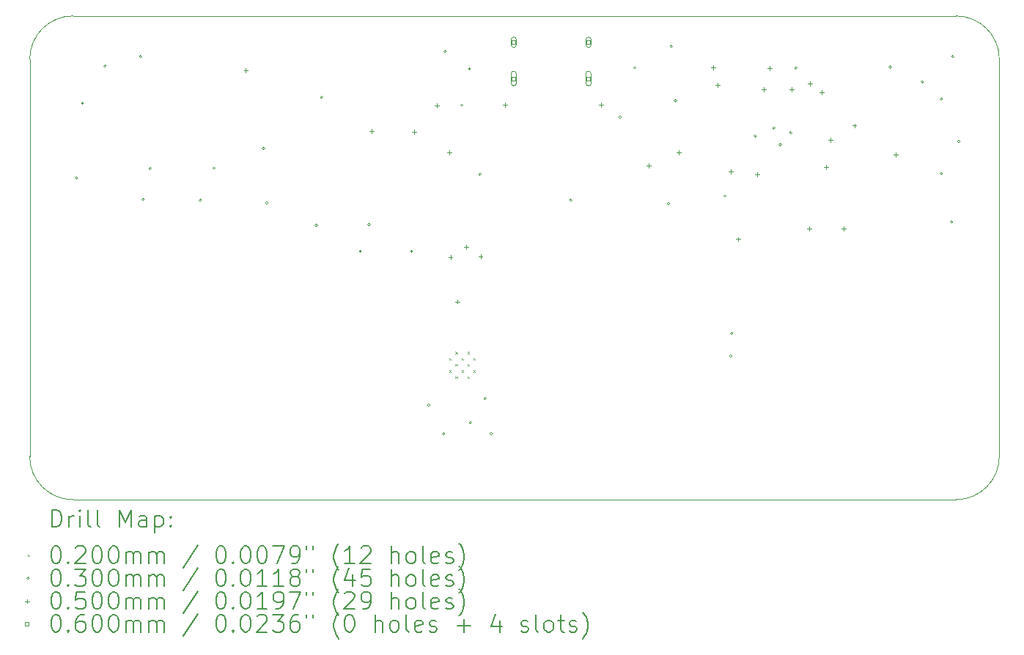
<source format=gbr>
%TF.GenerationSoftware,KiCad,Pcbnew,8.0.0*%
%TF.CreationDate,2024-03-25T15:19:07-04:00*%
%TF.ProjectId,ecg_board,6563675f-626f-4617-9264-2e6b69636164,rev?*%
%TF.SameCoordinates,Original*%
%TF.FileFunction,Drillmap*%
%TF.FilePolarity,Positive*%
%FSLAX45Y45*%
G04 Gerber Fmt 4.5, Leading zero omitted, Abs format (unit mm)*
G04 Created by KiCad (PCBNEW 8.0.0) date 2024-03-25 15:19:07*
%MOMM*%
%LPD*%
G01*
G04 APERTURE LIST*
%ADD10C,0.100000*%
%ADD11C,0.200000*%
G04 APERTURE END LIST*
D10*
X9470000Y-11460000D02*
G75*
G02*
X8970000Y-10960000I0J500000D01*
G01*
X9470000Y-5870000D02*
X19670000Y-5870000D01*
X20170000Y-6370000D02*
X20170000Y-10960000D01*
X19670000Y-5870000D02*
G75*
G02*
X20170000Y-6370000I0J-500000D01*
G01*
X8970000Y-6370000D02*
G75*
G02*
X9470000Y-5870000I500000J0D01*
G01*
X8970000Y-10960000D02*
X8970000Y-6370000D01*
X19670000Y-11460000D02*
X9470000Y-11460000D01*
X20170000Y-10960000D02*
G75*
G02*
X19670000Y-11460000I-500000J0D01*
G01*
D11*
D10*
X13817500Y-9824000D02*
X13837500Y-9844000D01*
X13837500Y-9824000D02*
X13817500Y-9844000D01*
X13817500Y-9964000D02*
X13837500Y-9984000D01*
X13837500Y-9964000D02*
X13817500Y-9984000D01*
X13887500Y-9754000D02*
X13907500Y-9774000D01*
X13907500Y-9754000D02*
X13887500Y-9774000D01*
X13887500Y-9894000D02*
X13907500Y-9914000D01*
X13907500Y-9894000D02*
X13887500Y-9914000D01*
X13887500Y-10034000D02*
X13907500Y-10054000D01*
X13907500Y-10034000D02*
X13887500Y-10054000D01*
X13957500Y-9824000D02*
X13977500Y-9844000D01*
X13977500Y-9824000D02*
X13957500Y-9844000D01*
X13957500Y-9964000D02*
X13977500Y-9984000D01*
X13977500Y-9964000D02*
X13957500Y-9984000D01*
X14027500Y-9754000D02*
X14047500Y-9774000D01*
X14047500Y-9754000D02*
X14027500Y-9774000D01*
X14027500Y-9894000D02*
X14047500Y-9914000D01*
X14047500Y-9894000D02*
X14027500Y-9914000D01*
X14027500Y-10034000D02*
X14047500Y-10054000D01*
X14047500Y-10034000D02*
X14027500Y-10054000D01*
X14097500Y-9824000D02*
X14117500Y-9844000D01*
X14117500Y-9824000D02*
X14097500Y-9844000D01*
X14097500Y-9964000D02*
X14117500Y-9984000D01*
X14117500Y-9964000D02*
X14097500Y-9984000D01*
X9525000Y-7740000D02*
G75*
G02*
X9495000Y-7740000I-15000J0D01*
G01*
X9495000Y-7740000D02*
G75*
G02*
X9525000Y-7740000I15000J0D01*
G01*
X9595000Y-6880000D02*
G75*
G02*
X9565000Y-6880000I-15000J0D01*
G01*
X9565000Y-6880000D02*
G75*
G02*
X9595000Y-6880000I15000J0D01*
G01*
X9855000Y-6450000D02*
G75*
G02*
X9825000Y-6450000I-15000J0D01*
G01*
X9825000Y-6450000D02*
G75*
G02*
X9855000Y-6450000I15000J0D01*
G01*
X10265000Y-6340000D02*
G75*
G02*
X10235000Y-6340000I-15000J0D01*
G01*
X10235000Y-6340000D02*
G75*
G02*
X10265000Y-6340000I15000J0D01*
G01*
X10295000Y-7990000D02*
G75*
G02*
X10265000Y-7990000I-15000J0D01*
G01*
X10265000Y-7990000D02*
G75*
G02*
X10295000Y-7990000I15000J0D01*
G01*
X10375000Y-7630000D02*
G75*
G02*
X10345000Y-7630000I-15000J0D01*
G01*
X10345000Y-7630000D02*
G75*
G02*
X10375000Y-7630000I15000J0D01*
G01*
X10955000Y-8000000D02*
G75*
G02*
X10925000Y-8000000I-15000J0D01*
G01*
X10925000Y-8000000D02*
G75*
G02*
X10955000Y-8000000I15000J0D01*
G01*
X11115000Y-7630000D02*
G75*
G02*
X11085000Y-7630000I-15000J0D01*
G01*
X11085000Y-7630000D02*
G75*
G02*
X11115000Y-7630000I15000J0D01*
G01*
X11685000Y-7400000D02*
G75*
G02*
X11655000Y-7400000I-15000J0D01*
G01*
X11655000Y-7400000D02*
G75*
G02*
X11685000Y-7400000I15000J0D01*
G01*
X11725000Y-8030000D02*
G75*
G02*
X11695000Y-8030000I-15000J0D01*
G01*
X11695000Y-8030000D02*
G75*
G02*
X11725000Y-8030000I15000J0D01*
G01*
X12295000Y-8290000D02*
G75*
G02*
X12265000Y-8290000I-15000J0D01*
G01*
X12265000Y-8290000D02*
G75*
G02*
X12295000Y-8290000I15000J0D01*
G01*
X12355000Y-6810000D02*
G75*
G02*
X12325000Y-6810000I-15000J0D01*
G01*
X12325000Y-6810000D02*
G75*
G02*
X12355000Y-6810000I15000J0D01*
G01*
X12805000Y-8590000D02*
G75*
G02*
X12775000Y-8590000I-15000J0D01*
G01*
X12775000Y-8590000D02*
G75*
G02*
X12805000Y-8590000I15000J0D01*
G01*
X12905000Y-8280000D02*
G75*
G02*
X12875000Y-8280000I-15000J0D01*
G01*
X12875000Y-8280000D02*
G75*
G02*
X12905000Y-8280000I15000J0D01*
G01*
X13395000Y-8590000D02*
G75*
G02*
X13365000Y-8590000I-15000J0D01*
G01*
X13365000Y-8590000D02*
G75*
G02*
X13395000Y-8590000I15000J0D01*
G01*
X13595000Y-10370000D02*
G75*
G02*
X13565000Y-10370000I-15000J0D01*
G01*
X13565000Y-10370000D02*
G75*
G02*
X13595000Y-10370000I15000J0D01*
G01*
X13765000Y-10700000D02*
G75*
G02*
X13735000Y-10700000I-15000J0D01*
G01*
X13735000Y-10700000D02*
G75*
G02*
X13765000Y-10700000I15000J0D01*
G01*
X13785000Y-6280000D02*
G75*
G02*
X13755000Y-6280000I-15000J0D01*
G01*
X13755000Y-6280000D02*
G75*
G02*
X13785000Y-6280000I15000J0D01*
G01*
X13975000Y-6900000D02*
G75*
G02*
X13945000Y-6900000I-15000J0D01*
G01*
X13945000Y-6900000D02*
G75*
G02*
X13975000Y-6900000I15000J0D01*
G01*
X14065000Y-6480000D02*
G75*
G02*
X14035000Y-6480000I-15000J0D01*
G01*
X14035000Y-6480000D02*
G75*
G02*
X14065000Y-6480000I15000J0D01*
G01*
X14075000Y-10570000D02*
G75*
G02*
X14045000Y-10570000I-15000J0D01*
G01*
X14045000Y-10570000D02*
G75*
G02*
X14075000Y-10570000I15000J0D01*
G01*
X14185000Y-7700000D02*
G75*
G02*
X14155000Y-7700000I-15000J0D01*
G01*
X14155000Y-7700000D02*
G75*
G02*
X14185000Y-7700000I15000J0D01*
G01*
X14245000Y-10290000D02*
G75*
G02*
X14215000Y-10290000I-15000J0D01*
G01*
X14215000Y-10290000D02*
G75*
G02*
X14245000Y-10290000I15000J0D01*
G01*
X14315000Y-10700000D02*
G75*
G02*
X14285000Y-10700000I-15000J0D01*
G01*
X14285000Y-10700000D02*
G75*
G02*
X14315000Y-10700000I15000J0D01*
G01*
X15235000Y-8000000D02*
G75*
G02*
X15205000Y-8000000I-15000J0D01*
G01*
X15205000Y-8000000D02*
G75*
G02*
X15235000Y-8000000I15000J0D01*
G01*
X15805000Y-7040000D02*
G75*
G02*
X15775000Y-7040000I-15000J0D01*
G01*
X15775000Y-7040000D02*
G75*
G02*
X15805000Y-7040000I15000J0D01*
G01*
X15975000Y-6470000D02*
G75*
G02*
X15945000Y-6470000I-15000J0D01*
G01*
X15945000Y-6470000D02*
G75*
G02*
X15975000Y-6470000I15000J0D01*
G01*
X16365000Y-8040000D02*
G75*
G02*
X16335000Y-8040000I-15000J0D01*
G01*
X16335000Y-8040000D02*
G75*
G02*
X16365000Y-8040000I15000J0D01*
G01*
X16395000Y-6220000D02*
G75*
G02*
X16365000Y-6220000I-15000J0D01*
G01*
X16365000Y-6220000D02*
G75*
G02*
X16395000Y-6220000I15000J0D01*
G01*
X16445000Y-6850000D02*
G75*
G02*
X16415000Y-6850000I-15000J0D01*
G01*
X16415000Y-6850000D02*
G75*
G02*
X16445000Y-6850000I15000J0D01*
G01*
X17015000Y-7950000D02*
G75*
G02*
X16985000Y-7950000I-15000J0D01*
G01*
X16985000Y-7950000D02*
G75*
G02*
X17015000Y-7950000I15000J0D01*
G01*
X17085000Y-9800000D02*
G75*
G02*
X17055000Y-9800000I-15000J0D01*
G01*
X17055000Y-9800000D02*
G75*
G02*
X17085000Y-9800000I15000J0D01*
G01*
X17095000Y-9540000D02*
G75*
G02*
X17065000Y-9540000I-15000J0D01*
G01*
X17065000Y-9540000D02*
G75*
G02*
X17095000Y-9540000I15000J0D01*
G01*
X17365000Y-7260000D02*
G75*
G02*
X17335000Y-7260000I-15000J0D01*
G01*
X17335000Y-7260000D02*
G75*
G02*
X17365000Y-7260000I15000J0D01*
G01*
X17582500Y-7165000D02*
G75*
G02*
X17552500Y-7165000I-15000J0D01*
G01*
X17552500Y-7165000D02*
G75*
G02*
X17582500Y-7165000I15000J0D01*
G01*
X17655000Y-7360000D02*
G75*
G02*
X17625000Y-7360000I-15000J0D01*
G01*
X17625000Y-7360000D02*
G75*
G02*
X17655000Y-7360000I15000J0D01*
G01*
X17775000Y-7220000D02*
G75*
G02*
X17745000Y-7220000I-15000J0D01*
G01*
X17745000Y-7220000D02*
G75*
G02*
X17775000Y-7220000I15000J0D01*
G01*
X17835000Y-6470000D02*
G75*
G02*
X17805000Y-6470000I-15000J0D01*
G01*
X17805000Y-6470000D02*
G75*
G02*
X17835000Y-6470000I15000J0D01*
G01*
X18925000Y-6460000D02*
G75*
G02*
X18895000Y-6460000I-15000J0D01*
G01*
X18895000Y-6460000D02*
G75*
G02*
X18925000Y-6460000I15000J0D01*
G01*
X19295000Y-6630000D02*
G75*
G02*
X19265000Y-6630000I-15000J0D01*
G01*
X19265000Y-6630000D02*
G75*
G02*
X19295000Y-6630000I15000J0D01*
G01*
X19515000Y-6830000D02*
G75*
G02*
X19485000Y-6830000I-15000J0D01*
G01*
X19485000Y-6830000D02*
G75*
G02*
X19515000Y-6830000I15000J0D01*
G01*
X19515000Y-7690000D02*
G75*
G02*
X19485000Y-7690000I-15000J0D01*
G01*
X19485000Y-7690000D02*
G75*
G02*
X19515000Y-7690000I15000J0D01*
G01*
X19635000Y-8250000D02*
G75*
G02*
X19605000Y-8250000I-15000J0D01*
G01*
X19605000Y-8250000D02*
G75*
G02*
X19635000Y-8250000I15000J0D01*
G01*
X19645000Y-6340000D02*
G75*
G02*
X19615000Y-6340000I-15000J0D01*
G01*
X19615000Y-6340000D02*
G75*
G02*
X19645000Y-6340000I15000J0D01*
G01*
X19715000Y-7320000D02*
G75*
G02*
X19685000Y-7320000I-15000J0D01*
G01*
X19685000Y-7320000D02*
G75*
G02*
X19715000Y-7320000I15000J0D01*
G01*
X11467500Y-6475000D02*
X11467500Y-6525000D01*
X11442500Y-6500000D02*
X11492500Y-6500000D01*
X12917500Y-7175000D02*
X12917500Y-7225000D01*
X12892500Y-7200000D02*
X12942500Y-7200000D01*
X13407500Y-7185000D02*
X13407500Y-7235000D01*
X13382500Y-7210000D02*
X13432500Y-7210000D01*
X13671250Y-6882500D02*
X13671250Y-6932500D01*
X13646250Y-6907500D02*
X13696250Y-6907500D01*
X13817500Y-7425000D02*
X13817500Y-7475000D01*
X13792500Y-7450000D02*
X13842500Y-7450000D01*
X13830000Y-8635000D02*
X13830000Y-8685000D01*
X13805000Y-8660000D02*
X13855000Y-8660000D01*
X13910000Y-9145000D02*
X13910000Y-9195000D01*
X13885000Y-9170000D02*
X13935000Y-9170000D01*
X14010000Y-8515000D02*
X14010000Y-8565000D01*
X13985000Y-8540000D02*
X14035000Y-8540000D01*
X14177000Y-8625000D02*
X14177000Y-8675000D01*
X14152000Y-8650000D02*
X14202000Y-8650000D01*
X14460500Y-6875000D02*
X14460500Y-6925000D01*
X14435500Y-6900000D02*
X14485500Y-6900000D01*
X15567500Y-6875000D02*
X15567500Y-6925000D01*
X15542500Y-6900000D02*
X15592500Y-6900000D01*
X16117500Y-7575000D02*
X16117500Y-7625000D01*
X16092500Y-7600000D02*
X16142500Y-7600000D01*
X16467500Y-7425000D02*
X16467500Y-7475000D01*
X16442500Y-7450000D02*
X16492500Y-7450000D01*
X16867500Y-6440000D02*
X16867500Y-6490000D01*
X16842500Y-6465000D02*
X16892500Y-6465000D01*
X16917500Y-6640000D02*
X16917500Y-6690000D01*
X16892500Y-6665000D02*
X16942500Y-6665000D01*
X17067500Y-7640000D02*
X17067500Y-7690000D01*
X17042500Y-7665000D02*
X17092500Y-7665000D01*
X17150000Y-8425000D02*
X17150000Y-8475000D01*
X17125000Y-8450000D02*
X17175000Y-8450000D01*
X17375000Y-7675000D02*
X17375000Y-7725000D01*
X17350000Y-7700000D02*
X17400000Y-7700000D01*
X17450000Y-6690000D02*
X17450000Y-6740000D01*
X17425000Y-6715000D02*
X17475000Y-6715000D01*
X17520000Y-6445000D02*
X17520000Y-6495000D01*
X17495000Y-6470000D02*
X17545000Y-6470000D01*
X17767500Y-6690000D02*
X17767500Y-6740000D01*
X17742500Y-6715000D02*
X17792500Y-6715000D01*
X17975000Y-8300000D02*
X17975000Y-8350000D01*
X17950000Y-8325000D02*
X18000000Y-8325000D01*
X17982500Y-6625000D02*
X17982500Y-6675000D01*
X17957500Y-6650000D02*
X18007500Y-6650000D01*
X18117500Y-6725000D02*
X18117500Y-6775000D01*
X18092500Y-6750000D02*
X18142500Y-6750000D01*
X18167500Y-7590000D02*
X18167500Y-7640000D01*
X18142500Y-7615000D02*
X18192500Y-7615000D01*
X18217500Y-7275000D02*
X18217500Y-7325000D01*
X18192500Y-7300000D02*
X18242500Y-7300000D01*
X18375000Y-8300000D02*
X18375000Y-8350000D01*
X18350000Y-8325000D02*
X18400000Y-8325000D01*
X18495000Y-7112500D02*
X18495000Y-7162500D01*
X18470000Y-7137500D02*
X18520000Y-7137500D01*
X18970000Y-7445000D02*
X18970000Y-7495000D01*
X18945000Y-7470000D02*
X18995000Y-7470000D01*
X14581713Y-6195713D02*
X14581713Y-6153287D01*
X14539287Y-6153287D01*
X14539287Y-6195713D01*
X14581713Y-6195713D01*
X14590500Y-6204500D02*
X14590500Y-6144500D01*
X14530500Y-6144500D02*
G75*
G02*
X14590500Y-6144500I30000J0D01*
G01*
X14530500Y-6144500D02*
X14530500Y-6204500D01*
X14530500Y-6204500D02*
G75*
G03*
X14590500Y-6204500I30000J0D01*
G01*
X14581713Y-6613713D02*
X14581713Y-6571287D01*
X14539287Y-6571287D01*
X14539287Y-6613713D01*
X14581713Y-6613713D01*
X14590500Y-6647500D02*
X14590500Y-6537500D01*
X14530500Y-6537500D02*
G75*
G02*
X14590500Y-6537500I30000J0D01*
G01*
X14530500Y-6537500D02*
X14530500Y-6647500D01*
X14530500Y-6647500D02*
G75*
G03*
X14590500Y-6647500I30000J0D01*
G01*
X15445713Y-6195713D02*
X15445713Y-6153287D01*
X15403287Y-6153287D01*
X15403287Y-6195713D01*
X15445713Y-6195713D01*
X15454500Y-6204500D02*
X15454500Y-6144500D01*
X15394500Y-6144500D02*
G75*
G02*
X15454500Y-6144500I30000J0D01*
G01*
X15394500Y-6144500D02*
X15394500Y-6204500D01*
X15394500Y-6204500D02*
G75*
G03*
X15454500Y-6204500I30000J0D01*
G01*
X15445713Y-6613713D02*
X15445713Y-6571287D01*
X15403287Y-6571287D01*
X15403287Y-6613713D01*
X15445713Y-6613713D01*
X15454500Y-6647500D02*
X15454500Y-6537500D01*
X15394500Y-6537500D02*
G75*
G02*
X15454500Y-6537500I30000J0D01*
G01*
X15394500Y-6537500D02*
X15394500Y-6647500D01*
X15394500Y-6647500D02*
G75*
G03*
X15454500Y-6647500I30000J0D01*
G01*
D11*
X9225777Y-11776484D02*
X9225777Y-11576484D01*
X9225777Y-11576484D02*
X9273396Y-11576484D01*
X9273396Y-11576484D02*
X9301967Y-11586008D01*
X9301967Y-11586008D02*
X9321015Y-11605055D01*
X9321015Y-11605055D02*
X9330539Y-11624103D01*
X9330539Y-11624103D02*
X9340063Y-11662198D01*
X9340063Y-11662198D02*
X9340063Y-11690769D01*
X9340063Y-11690769D02*
X9330539Y-11728865D01*
X9330539Y-11728865D02*
X9321015Y-11747912D01*
X9321015Y-11747912D02*
X9301967Y-11766960D01*
X9301967Y-11766960D02*
X9273396Y-11776484D01*
X9273396Y-11776484D02*
X9225777Y-11776484D01*
X9425777Y-11776484D02*
X9425777Y-11643150D01*
X9425777Y-11681246D02*
X9435301Y-11662198D01*
X9435301Y-11662198D02*
X9444824Y-11652674D01*
X9444824Y-11652674D02*
X9463872Y-11643150D01*
X9463872Y-11643150D02*
X9482920Y-11643150D01*
X9549586Y-11776484D02*
X9549586Y-11643150D01*
X9549586Y-11576484D02*
X9540063Y-11586008D01*
X9540063Y-11586008D02*
X9549586Y-11595531D01*
X9549586Y-11595531D02*
X9559110Y-11586008D01*
X9559110Y-11586008D02*
X9549586Y-11576484D01*
X9549586Y-11576484D02*
X9549586Y-11595531D01*
X9673396Y-11776484D02*
X9654348Y-11766960D01*
X9654348Y-11766960D02*
X9644824Y-11747912D01*
X9644824Y-11747912D02*
X9644824Y-11576484D01*
X9778158Y-11776484D02*
X9759110Y-11766960D01*
X9759110Y-11766960D02*
X9749586Y-11747912D01*
X9749586Y-11747912D02*
X9749586Y-11576484D01*
X10006729Y-11776484D02*
X10006729Y-11576484D01*
X10006729Y-11576484D02*
X10073396Y-11719341D01*
X10073396Y-11719341D02*
X10140063Y-11576484D01*
X10140063Y-11576484D02*
X10140063Y-11776484D01*
X10321015Y-11776484D02*
X10321015Y-11671722D01*
X10321015Y-11671722D02*
X10311491Y-11652674D01*
X10311491Y-11652674D02*
X10292444Y-11643150D01*
X10292444Y-11643150D02*
X10254348Y-11643150D01*
X10254348Y-11643150D02*
X10235301Y-11652674D01*
X10321015Y-11766960D02*
X10301967Y-11776484D01*
X10301967Y-11776484D02*
X10254348Y-11776484D01*
X10254348Y-11776484D02*
X10235301Y-11766960D01*
X10235301Y-11766960D02*
X10225777Y-11747912D01*
X10225777Y-11747912D02*
X10225777Y-11728865D01*
X10225777Y-11728865D02*
X10235301Y-11709817D01*
X10235301Y-11709817D02*
X10254348Y-11700293D01*
X10254348Y-11700293D02*
X10301967Y-11700293D01*
X10301967Y-11700293D02*
X10321015Y-11690769D01*
X10416253Y-11643150D02*
X10416253Y-11843150D01*
X10416253Y-11652674D02*
X10435301Y-11643150D01*
X10435301Y-11643150D02*
X10473396Y-11643150D01*
X10473396Y-11643150D02*
X10492444Y-11652674D01*
X10492444Y-11652674D02*
X10501967Y-11662198D01*
X10501967Y-11662198D02*
X10511491Y-11681246D01*
X10511491Y-11681246D02*
X10511491Y-11738388D01*
X10511491Y-11738388D02*
X10501967Y-11757436D01*
X10501967Y-11757436D02*
X10492444Y-11766960D01*
X10492444Y-11766960D02*
X10473396Y-11776484D01*
X10473396Y-11776484D02*
X10435301Y-11776484D01*
X10435301Y-11776484D02*
X10416253Y-11766960D01*
X10597205Y-11757436D02*
X10606729Y-11766960D01*
X10606729Y-11766960D02*
X10597205Y-11776484D01*
X10597205Y-11776484D02*
X10587682Y-11766960D01*
X10587682Y-11766960D02*
X10597205Y-11757436D01*
X10597205Y-11757436D02*
X10597205Y-11776484D01*
X10597205Y-11652674D02*
X10606729Y-11662198D01*
X10606729Y-11662198D02*
X10597205Y-11671722D01*
X10597205Y-11671722D02*
X10587682Y-11662198D01*
X10587682Y-11662198D02*
X10597205Y-11652674D01*
X10597205Y-11652674D02*
X10597205Y-11671722D01*
D10*
X8945000Y-12095000D02*
X8965000Y-12115000D01*
X8965000Y-12095000D02*
X8945000Y-12115000D01*
D11*
X9263872Y-11996484D02*
X9282920Y-11996484D01*
X9282920Y-11996484D02*
X9301967Y-12006008D01*
X9301967Y-12006008D02*
X9311491Y-12015531D01*
X9311491Y-12015531D02*
X9321015Y-12034579D01*
X9321015Y-12034579D02*
X9330539Y-12072674D01*
X9330539Y-12072674D02*
X9330539Y-12120293D01*
X9330539Y-12120293D02*
X9321015Y-12158388D01*
X9321015Y-12158388D02*
X9311491Y-12177436D01*
X9311491Y-12177436D02*
X9301967Y-12186960D01*
X9301967Y-12186960D02*
X9282920Y-12196484D01*
X9282920Y-12196484D02*
X9263872Y-12196484D01*
X9263872Y-12196484D02*
X9244824Y-12186960D01*
X9244824Y-12186960D02*
X9235301Y-12177436D01*
X9235301Y-12177436D02*
X9225777Y-12158388D01*
X9225777Y-12158388D02*
X9216253Y-12120293D01*
X9216253Y-12120293D02*
X9216253Y-12072674D01*
X9216253Y-12072674D02*
X9225777Y-12034579D01*
X9225777Y-12034579D02*
X9235301Y-12015531D01*
X9235301Y-12015531D02*
X9244824Y-12006008D01*
X9244824Y-12006008D02*
X9263872Y-11996484D01*
X9416253Y-12177436D02*
X9425777Y-12186960D01*
X9425777Y-12186960D02*
X9416253Y-12196484D01*
X9416253Y-12196484D02*
X9406729Y-12186960D01*
X9406729Y-12186960D02*
X9416253Y-12177436D01*
X9416253Y-12177436D02*
X9416253Y-12196484D01*
X9501967Y-12015531D02*
X9511491Y-12006008D01*
X9511491Y-12006008D02*
X9530539Y-11996484D01*
X9530539Y-11996484D02*
X9578158Y-11996484D01*
X9578158Y-11996484D02*
X9597205Y-12006008D01*
X9597205Y-12006008D02*
X9606729Y-12015531D01*
X9606729Y-12015531D02*
X9616253Y-12034579D01*
X9616253Y-12034579D02*
X9616253Y-12053627D01*
X9616253Y-12053627D02*
X9606729Y-12082198D01*
X9606729Y-12082198D02*
X9492444Y-12196484D01*
X9492444Y-12196484D02*
X9616253Y-12196484D01*
X9740063Y-11996484D02*
X9759110Y-11996484D01*
X9759110Y-11996484D02*
X9778158Y-12006008D01*
X9778158Y-12006008D02*
X9787682Y-12015531D01*
X9787682Y-12015531D02*
X9797205Y-12034579D01*
X9797205Y-12034579D02*
X9806729Y-12072674D01*
X9806729Y-12072674D02*
X9806729Y-12120293D01*
X9806729Y-12120293D02*
X9797205Y-12158388D01*
X9797205Y-12158388D02*
X9787682Y-12177436D01*
X9787682Y-12177436D02*
X9778158Y-12186960D01*
X9778158Y-12186960D02*
X9759110Y-12196484D01*
X9759110Y-12196484D02*
X9740063Y-12196484D01*
X9740063Y-12196484D02*
X9721015Y-12186960D01*
X9721015Y-12186960D02*
X9711491Y-12177436D01*
X9711491Y-12177436D02*
X9701967Y-12158388D01*
X9701967Y-12158388D02*
X9692444Y-12120293D01*
X9692444Y-12120293D02*
X9692444Y-12072674D01*
X9692444Y-12072674D02*
X9701967Y-12034579D01*
X9701967Y-12034579D02*
X9711491Y-12015531D01*
X9711491Y-12015531D02*
X9721015Y-12006008D01*
X9721015Y-12006008D02*
X9740063Y-11996484D01*
X9930539Y-11996484D02*
X9949586Y-11996484D01*
X9949586Y-11996484D02*
X9968634Y-12006008D01*
X9968634Y-12006008D02*
X9978158Y-12015531D01*
X9978158Y-12015531D02*
X9987682Y-12034579D01*
X9987682Y-12034579D02*
X9997205Y-12072674D01*
X9997205Y-12072674D02*
X9997205Y-12120293D01*
X9997205Y-12120293D02*
X9987682Y-12158388D01*
X9987682Y-12158388D02*
X9978158Y-12177436D01*
X9978158Y-12177436D02*
X9968634Y-12186960D01*
X9968634Y-12186960D02*
X9949586Y-12196484D01*
X9949586Y-12196484D02*
X9930539Y-12196484D01*
X9930539Y-12196484D02*
X9911491Y-12186960D01*
X9911491Y-12186960D02*
X9901967Y-12177436D01*
X9901967Y-12177436D02*
X9892444Y-12158388D01*
X9892444Y-12158388D02*
X9882920Y-12120293D01*
X9882920Y-12120293D02*
X9882920Y-12072674D01*
X9882920Y-12072674D02*
X9892444Y-12034579D01*
X9892444Y-12034579D02*
X9901967Y-12015531D01*
X9901967Y-12015531D02*
X9911491Y-12006008D01*
X9911491Y-12006008D02*
X9930539Y-11996484D01*
X10082920Y-12196484D02*
X10082920Y-12063150D01*
X10082920Y-12082198D02*
X10092444Y-12072674D01*
X10092444Y-12072674D02*
X10111491Y-12063150D01*
X10111491Y-12063150D02*
X10140063Y-12063150D01*
X10140063Y-12063150D02*
X10159110Y-12072674D01*
X10159110Y-12072674D02*
X10168634Y-12091722D01*
X10168634Y-12091722D02*
X10168634Y-12196484D01*
X10168634Y-12091722D02*
X10178158Y-12072674D01*
X10178158Y-12072674D02*
X10197205Y-12063150D01*
X10197205Y-12063150D02*
X10225777Y-12063150D01*
X10225777Y-12063150D02*
X10244825Y-12072674D01*
X10244825Y-12072674D02*
X10254348Y-12091722D01*
X10254348Y-12091722D02*
X10254348Y-12196484D01*
X10349586Y-12196484D02*
X10349586Y-12063150D01*
X10349586Y-12082198D02*
X10359110Y-12072674D01*
X10359110Y-12072674D02*
X10378158Y-12063150D01*
X10378158Y-12063150D02*
X10406729Y-12063150D01*
X10406729Y-12063150D02*
X10425777Y-12072674D01*
X10425777Y-12072674D02*
X10435301Y-12091722D01*
X10435301Y-12091722D02*
X10435301Y-12196484D01*
X10435301Y-12091722D02*
X10444825Y-12072674D01*
X10444825Y-12072674D02*
X10463872Y-12063150D01*
X10463872Y-12063150D02*
X10492444Y-12063150D01*
X10492444Y-12063150D02*
X10511491Y-12072674D01*
X10511491Y-12072674D02*
X10521015Y-12091722D01*
X10521015Y-12091722D02*
X10521015Y-12196484D01*
X10911491Y-11986960D02*
X10740063Y-12244103D01*
X11168634Y-11996484D02*
X11187682Y-11996484D01*
X11187682Y-11996484D02*
X11206729Y-12006008D01*
X11206729Y-12006008D02*
X11216253Y-12015531D01*
X11216253Y-12015531D02*
X11225777Y-12034579D01*
X11225777Y-12034579D02*
X11235301Y-12072674D01*
X11235301Y-12072674D02*
X11235301Y-12120293D01*
X11235301Y-12120293D02*
X11225777Y-12158388D01*
X11225777Y-12158388D02*
X11216253Y-12177436D01*
X11216253Y-12177436D02*
X11206729Y-12186960D01*
X11206729Y-12186960D02*
X11187682Y-12196484D01*
X11187682Y-12196484D02*
X11168634Y-12196484D01*
X11168634Y-12196484D02*
X11149587Y-12186960D01*
X11149587Y-12186960D02*
X11140063Y-12177436D01*
X11140063Y-12177436D02*
X11130539Y-12158388D01*
X11130539Y-12158388D02*
X11121015Y-12120293D01*
X11121015Y-12120293D02*
X11121015Y-12072674D01*
X11121015Y-12072674D02*
X11130539Y-12034579D01*
X11130539Y-12034579D02*
X11140063Y-12015531D01*
X11140063Y-12015531D02*
X11149587Y-12006008D01*
X11149587Y-12006008D02*
X11168634Y-11996484D01*
X11321015Y-12177436D02*
X11330539Y-12186960D01*
X11330539Y-12186960D02*
X11321015Y-12196484D01*
X11321015Y-12196484D02*
X11311491Y-12186960D01*
X11311491Y-12186960D02*
X11321015Y-12177436D01*
X11321015Y-12177436D02*
X11321015Y-12196484D01*
X11454348Y-11996484D02*
X11473396Y-11996484D01*
X11473396Y-11996484D02*
X11492444Y-12006008D01*
X11492444Y-12006008D02*
X11501967Y-12015531D01*
X11501967Y-12015531D02*
X11511491Y-12034579D01*
X11511491Y-12034579D02*
X11521015Y-12072674D01*
X11521015Y-12072674D02*
X11521015Y-12120293D01*
X11521015Y-12120293D02*
X11511491Y-12158388D01*
X11511491Y-12158388D02*
X11501967Y-12177436D01*
X11501967Y-12177436D02*
X11492444Y-12186960D01*
X11492444Y-12186960D02*
X11473396Y-12196484D01*
X11473396Y-12196484D02*
X11454348Y-12196484D01*
X11454348Y-12196484D02*
X11435301Y-12186960D01*
X11435301Y-12186960D02*
X11425777Y-12177436D01*
X11425777Y-12177436D02*
X11416253Y-12158388D01*
X11416253Y-12158388D02*
X11406729Y-12120293D01*
X11406729Y-12120293D02*
X11406729Y-12072674D01*
X11406729Y-12072674D02*
X11416253Y-12034579D01*
X11416253Y-12034579D02*
X11425777Y-12015531D01*
X11425777Y-12015531D02*
X11435301Y-12006008D01*
X11435301Y-12006008D02*
X11454348Y-11996484D01*
X11644825Y-11996484D02*
X11663872Y-11996484D01*
X11663872Y-11996484D02*
X11682920Y-12006008D01*
X11682920Y-12006008D02*
X11692444Y-12015531D01*
X11692444Y-12015531D02*
X11701967Y-12034579D01*
X11701967Y-12034579D02*
X11711491Y-12072674D01*
X11711491Y-12072674D02*
X11711491Y-12120293D01*
X11711491Y-12120293D02*
X11701967Y-12158388D01*
X11701967Y-12158388D02*
X11692444Y-12177436D01*
X11692444Y-12177436D02*
X11682920Y-12186960D01*
X11682920Y-12186960D02*
X11663872Y-12196484D01*
X11663872Y-12196484D02*
X11644825Y-12196484D01*
X11644825Y-12196484D02*
X11625777Y-12186960D01*
X11625777Y-12186960D02*
X11616253Y-12177436D01*
X11616253Y-12177436D02*
X11606729Y-12158388D01*
X11606729Y-12158388D02*
X11597206Y-12120293D01*
X11597206Y-12120293D02*
X11597206Y-12072674D01*
X11597206Y-12072674D02*
X11606729Y-12034579D01*
X11606729Y-12034579D02*
X11616253Y-12015531D01*
X11616253Y-12015531D02*
X11625777Y-12006008D01*
X11625777Y-12006008D02*
X11644825Y-11996484D01*
X11778158Y-11996484D02*
X11911491Y-11996484D01*
X11911491Y-11996484D02*
X11825777Y-12196484D01*
X11997206Y-12196484D02*
X12035301Y-12196484D01*
X12035301Y-12196484D02*
X12054348Y-12186960D01*
X12054348Y-12186960D02*
X12063872Y-12177436D01*
X12063872Y-12177436D02*
X12082920Y-12148865D01*
X12082920Y-12148865D02*
X12092444Y-12110769D01*
X12092444Y-12110769D02*
X12092444Y-12034579D01*
X12092444Y-12034579D02*
X12082920Y-12015531D01*
X12082920Y-12015531D02*
X12073396Y-12006008D01*
X12073396Y-12006008D02*
X12054348Y-11996484D01*
X12054348Y-11996484D02*
X12016253Y-11996484D01*
X12016253Y-11996484D02*
X11997206Y-12006008D01*
X11997206Y-12006008D02*
X11987682Y-12015531D01*
X11987682Y-12015531D02*
X11978158Y-12034579D01*
X11978158Y-12034579D02*
X11978158Y-12082198D01*
X11978158Y-12082198D02*
X11987682Y-12101246D01*
X11987682Y-12101246D02*
X11997206Y-12110769D01*
X11997206Y-12110769D02*
X12016253Y-12120293D01*
X12016253Y-12120293D02*
X12054348Y-12120293D01*
X12054348Y-12120293D02*
X12073396Y-12110769D01*
X12073396Y-12110769D02*
X12082920Y-12101246D01*
X12082920Y-12101246D02*
X12092444Y-12082198D01*
X12168634Y-11996484D02*
X12168634Y-12034579D01*
X12244825Y-11996484D02*
X12244825Y-12034579D01*
X12540063Y-12272674D02*
X12530539Y-12263150D01*
X12530539Y-12263150D02*
X12511491Y-12234579D01*
X12511491Y-12234579D02*
X12501968Y-12215531D01*
X12501968Y-12215531D02*
X12492444Y-12186960D01*
X12492444Y-12186960D02*
X12482920Y-12139341D01*
X12482920Y-12139341D02*
X12482920Y-12101246D01*
X12482920Y-12101246D02*
X12492444Y-12053627D01*
X12492444Y-12053627D02*
X12501968Y-12025055D01*
X12501968Y-12025055D02*
X12511491Y-12006008D01*
X12511491Y-12006008D02*
X12530539Y-11977436D01*
X12530539Y-11977436D02*
X12540063Y-11967912D01*
X12721015Y-12196484D02*
X12606729Y-12196484D01*
X12663872Y-12196484D02*
X12663872Y-11996484D01*
X12663872Y-11996484D02*
X12644825Y-12025055D01*
X12644825Y-12025055D02*
X12625777Y-12044103D01*
X12625777Y-12044103D02*
X12606729Y-12053627D01*
X12797206Y-12015531D02*
X12806729Y-12006008D01*
X12806729Y-12006008D02*
X12825777Y-11996484D01*
X12825777Y-11996484D02*
X12873396Y-11996484D01*
X12873396Y-11996484D02*
X12892444Y-12006008D01*
X12892444Y-12006008D02*
X12901968Y-12015531D01*
X12901968Y-12015531D02*
X12911491Y-12034579D01*
X12911491Y-12034579D02*
X12911491Y-12053627D01*
X12911491Y-12053627D02*
X12901968Y-12082198D01*
X12901968Y-12082198D02*
X12787682Y-12196484D01*
X12787682Y-12196484D02*
X12911491Y-12196484D01*
X13149587Y-12196484D02*
X13149587Y-11996484D01*
X13235301Y-12196484D02*
X13235301Y-12091722D01*
X13235301Y-12091722D02*
X13225777Y-12072674D01*
X13225777Y-12072674D02*
X13206730Y-12063150D01*
X13206730Y-12063150D02*
X13178158Y-12063150D01*
X13178158Y-12063150D02*
X13159110Y-12072674D01*
X13159110Y-12072674D02*
X13149587Y-12082198D01*
X13359110Y-12196484D02*
X13340063Y-12186960D01*
X13340063Y-12186960D02*
X13330539Y-12177436D01*
X13330539Y-12177436D02*
X13321015Y-12158388D01*
X13321015Y-12158388D02*
X13321015Y-12101246D01*
X13321015Y-12101246D02*
X13330539Y-12082198D01*
X13330539Y-12082198D02*
X13340063Y-12072674D01*
X13340063Y-12072674D02*
X13359110Y-12063150D01*
X13359110Y-12063150D02*
X13387682Y-12063150D01*
X13387682Y-12063150D02*
X13406730Y-12072674D01*
X13406730Y-12072674D02*
X13416253Y-12082198D01*
X13416253Y-12082198D02*
X13425777Y-12101246D01*
X13425777Y-12101246D02*
X13425777Y-12158388D01*
X13425777Y-12158388D02*
X13416253Y-12177436D01*
X13416253Y-12177436D02*
X13406730Y-12186960D01*
X13406730Y-12186960D02*
X13387682Y-12196484D01*
X13387682Y-12196484D02*
X13359110Y-12196484D01*
X13540063Y-12196484D02*
X13521015Y-12186960D01*
X13521015Y-12186960D02*
X13511491Y-12167912D01*
X13511491Y-12167912D02*
X13511491Y-11996484D01*
X13692444Y-12186960D02*
X13673396Y-12196484D01*
X13673396Y-12196484D02*
X13635301Y-12196484D01*
X13635301Y-12196484D02*
X13616253Y-12186960D01*
X13616253Y-12186960D02*
X13606730Y-12167912D01*
X13606730Y-12167912D02*
X13606730Y-12091722D01*
X13606730Y-12091722D02*
X13616253Y-12072674D01*
X13616253Y-12072674D02*
X13635301Y-12063150D01*
X13635301Y-12063150D02*
X13673396Y-12063150D01*
X13673396Y-12063150D02*
X13692444Y-12072674D01*
X13692444Y-12072674D02*
X13701968Y-12091722D01*
X13701968Y-12091722D02*
X13701968Y-12110769D01*
X13701968Y-12110769D02*
X13606730Y-12129817D01*
X13778158Y-12186960D02*
X13797206Y-12196484D01*
X13797206Y-12196484D02*
X13835301Y-12196484D01*
X13835301Y-12196484D02*
X13854349Y-12186960D01*
X13854349Y-12186960D02*
X13863872Y-12167912D01*
X13863872Y-12167912D02*
X13863872Y-12158388D01*
X13863872Y-12158388D02*
X13854349Y-12139341D01*
X13854349Y-12139341D02*
X13835301Y-12129817D01*
X13835301Y-12129817D02*
X13806730Y-12129817D01*
X13806730Y-12129817D02*
X13787682Y-12120293D01*
X13787682Y-12120293D02*
X13778158Y-12101246D01*
X13778158Y-12101246D02*
X13778158Y-12091722D01*
X13778158Y-12091722D02*
X13787682Y-12072674D01*
X13787682Y-12072674D02*
X13806730Y-12063150D01*
X13806730Y-12063150D02*
X13835301Y-12063150D01*
X13835301Y-12063150D02*
X13854349Y-12072674D01*
X13930539Y-12272674D02*
X13940063Y-12263150D01*
X13940063Y-12263150D02*
X13959111Y-12234579D01*
X13959111Y-12234579D02*
X13968634Y-12215531D01*
X13968634Y-12215531D02*
X13978158Y-12186960D01*
X13978158Y-12186960D02*
X13987682Y-12139341D01*
X13987682Y-12139341D02*
X13987682Y-12101246D01*
X13987682Y-12101246D02*
X13978158Y-12053627D01*
X13978158Y-12053627D02*
X13968634Y-12025055D01*
X13968634Y-12025055D02*
X13959111Y-12006008D01*
X13959111Y-12006008D02*
X13940063Y-11977436D01*
X13940063Y-11977436D02*
X13930539Y-11967912D01*
D10*
X8965000Y-12369000D02*
G75*
G02*
X8935000Y-12369000I-15000J0D01*
G01*
X8935000Y-12369000D02*
G75*
G02*
X8965000Y-12369000I15000J0D01*
G01*
D11*
X9263872Y-12260484D02*
X9282920Y-12260484D01*
X9282920Y-12260484D02*
X9301967Y-12270008D01*
X9301967Y-12270008D02*
X9311491Y-12279531D01*
X9311491Y-12279531D02*
X9321015Y-12298579D01*
X9321015Y-12298579D02*
X9330539Y-12336674D01*
X9330539Y-12336674D02*
X9330539Y-12384293D01*
X9330539Y-12384293D02*
X9321015Y-12422388D01*
X9321015Y-12422388D02*
X9311491Y-12441436D01*
X9311491Y-12441436D02*
X9301967Y-12450960D01*
X9301967Y-12450960D02*
X9282920Y-12460484D01*
X9282920Y-12460484D02*
X9263872Y-12460484D01*
X9263872Y-12460484D02*
X9244824Y-12450960D01*
X9244824Y-12450960D02*
X9235301Y-12441436D01*
X9235301Y-12441436D02*
X9225777Y-12422388D01*
X9225777Y-12422388D02*
X9216253Y-12384293D01*
X9216253Y-12384293D02*
X9216253Y-12336674D01*
X9216253Y-12336674D02*
X9225777Y-12298579D01*
X9225777Y-12298579D02*
X9235301Y-12279531D01*
X9235301Y-12279531D02*
X9244824Y-12270008D01*
X9244824Y-12270008D02*
X9263872Y-12260484D01*
X9416253Y-12441436D02*
X9425777Y-12450960D01*
X9425777Y-12450960D02*
X9416253Y-12460484D01*
X9416253Y-12460484D02*
X9406729Y-12450960D01*
X9406729Y-12450960D02*
X9416253Y-12441436D01*
X9416253Y-12441436D02*
X9416253Y-12460484D01*
X9492444Y-12260484D02*
X9616253Y-12260484D01*
X9616253Y-12260484D02*
X9549586Y-12336674D01*
X9549586Y-12336674D02*
X9578158Y-12336674D01*
X9578158Y-12336674D02*
X9597205Y-12346198D01*
X9597205Y-12346198D02*
X9606729Y-12355722D01*
X9606729Y-12355722D02*
X9616253Y-12374769D01*
X9616253Y-12374769D02*
X9616253Y-12422388D01*
X9616253Y-12422388D02*
X9606729Y-12441436D01*
X9606729Y-12441436D02*
X9597205Y-12450960D01*
X9597205Y-12450960D02*
X9578158Y-12460484D01*
X9578158Y-12460484D02*
X9521015Y-12460484D01*
X9521015Y-12460484D02*
X9501967Y-12450960D01*
X9501967Y-12450960D02*
X9492444Y-12441436D01*
X9740063Y-12260484D02*
X9759110Y-12260484D01*
X9759110Y-12260484D02*
X9778158Y-12270008D01*
X9778158Y-12270008D02*
X9787682Y-12279531D01*
X9787682Y-12279531D02*
X9797205Y-12298579D01*
X9797205Y-12298579D02*
X9806729Y-12336674D01*
X9806729Y-12336674D02*
X9806729Y-12384293D01*
X9806729Y-12384293D02*
X9797205Y-12422388D01*
X9797205Y-12422388D02*
X9787682Y-12441436D01*
X9787682Y-12441436D02*
X9778158Y-12450960D01*
X9778158Y-12450960D02*
X9759110Y-12460484D01*
X9759110Y-12460484D02*
X9740063Y-12460484D01*
X9740063Y-12460484D02*
X9721015Y-12450960D01*
X9721015Y-12450960D02*
X9711491Y-12441436D01*
X9711491Y-12441436D02*
X9701967Y-12422388D01*
X9701967Y-12422388D02*
X9692444Y-12384293D01*
X9692444Y-12384293D02*
X9692444Y-12336674D01*
X9692444Y-12336674D02*
X9701967Y-12298579D01*
X9701967Y-12298579D02*
X9711491Y-12279531D01*
X9711491Y-12279531D02*
X9721015Y-12270008D01*
X9721015Y-12270008D02*
X9740063Y-12260484D01*
X9930539Y-12260484D02*
X9949586Y-12260484D01*
X9949586Y-12260484D02*
X9968634Y-12270008D01*
X9968634Y-12270008D02*
X9978158Y-12279531D01*
X9978158Y-12279531D02*
X9987682Y-12298579D01*
X9987682Y-12298579D02*
X9997205Y-12336674D01*
X9997205Y-12336674D02*
X9997205Y-12384293D01*
X9997205Y-12384293D02*
X9987682Y-12422388D01*
X9987682Y-12422388D02*
X9978158Y-12441436D01*
X9978158Y-12441436D02*
X9968634Y-12450960D01*
X9968634Y-12450960D02*
X9949586Y-12460484D01*
X9949586Y-12460484D02*
X9930539Y-12460484D01*
X9930539Y-12460484D02*
X9911491Y-12450960D01*
X9911491Y-12450960D02*
X9901967Y-12441436D01*
X9901967Y-12441436D02*
X9892444Y-12422388D01*
X9892444Y-12422388D02*
X9882920Y-12384293D01*
X9882920Y-12384293D02*
X9882920Y-12336674D01*
X9882920Y-12336674D02*
X9892444Y-12298579D01*
X9892444Y-12298579D02*
X9901967Y-12279531D01*
X9901967Y-12279531D02*
X9911491Y-12270008D01*
X9911491Y-12270008D02*
X9930539Y-12260484D01*
X10082920Y-12460484D02*
X10082920Y-12327150D01*
X10082920Y-12346198D02*
X10092444Y-12336674D01*
X10092444Y-12336674D02*
X10111491Y-12327150D01*
X10111491Y-12327150D02*
X10140063Y-12327150D01*
X10140063Y-12327150D02*
X10159110Y-12336674D01*
X10159110Y-12336674D02*
X10168634Y-12355722D01*
X10168634Y-12355722D02*
X10168634Y-12460484D01*
X10168634Y-12355722D02*
X10178158Y-12336674D01*
X10178158Y-12336674D02*
X10197205Y-12327150D01*
X10197205Y-12327150D02*
X10225777Y-12327150D01*
X10225777Y-12327150D02*
X10244825Y-12336674D01*
X10244825Y-12336674D02*
X10254348Y-12355722D01*
X10254348Y-12355722D02*
X10254348Y-12460484D01*
X10349586Y-12460484D02*
X10349586Y-12327150D01*
X10349586Y-12346198D02*
X10359110Y-12336674D01*
X10359110Y-12336674D02*
X10378158Y-12327150D01*
X10378158Y-12327150D02*
X10406729Y-12327150D01*
X10406729Y-12327150D02*
X10425777Y-12336674D01*
X10425777Y-12336674D02*
X10435301Y-12355722D01*
X10435301Y-12355722D02*
X10435301Y-12460484D01*
X10435301Y-12355722D02*
X10444825Y-12336674D01*
X10444825Y-12336674D02*
X10463872Y-12327150D01*
X10463872Y-12327150D02*
X10492444Y-12327150D01*
X10492444Y-12327150D02*
X10511491Y-12336674D01*
X10511491Y-12336674D02*
X10521015Y-12355722D01*
X10521015Y-12355722D02*
X10521015Y-12460484D01*
X10911491Y-12250960D02*
X10740063Y-12508103D01*
X11168634Y-12260484D02*
X11187682Y-12260484D01*
X11187682Y-12260484D02*
X11206729Y-12270008D01*
X11206729Y-12270008D02*
X11216253Y-12279531D01*
X11216253Y-12279531D02*
X11225777Y-12298579D01*
X11225777Y-12298579D02*
X11235301Y-12336674D01*
X11235301Y-12336674D02*
X11235301Y-12384293D01*
X11235301Y-12384293D02*
X11225777Y-12422388D01*
X11225777Y-12422388D02*
X11216253Y-12441436D01*
X11216253Y-12441436D02*
X11206729Y-12450960D01*
X11206729Y-12450960D02*
X11187682Y-12460484D01*
X11187682Y-12460484D02*
X11168634Y-12460484D01*
X11168634Y-12460484D02*
X11149587Y-12450960D01*
X11149587Y-12450960D02*
X11140063Y-12441436D01*
X11140063Y-12441436D02*
X11130539Y-12422388D01*
X11130539Y-12422388D02*
X11121015Y-12384293D01*
X11121015Y-12384293D02*
X11121015Y-12336674D01*
X11121015Y-12336674D02*
X11130539Y-12298579D01*
X11130539Y-12298579D02*
X11140063Y-12279531D01*
X11140063Y-12279531D02*
X11149587Y-12270008D01*
X11149587Y-12270008D02*
X11168634Y-12260484D01*
X11321015Y-12441436D02*
X11330539Y-12450960D01*
X11330539Y-12450960D02*
X11321015Y-12460484D01*
X11321015Y-12460484D02*
X11311491Y-12450960D01*
X11311491Y-12450960D02*
X11321015Y-12441436D01*
X11321015Y-12441436D02*
X11321015Y-12460484D01*
X11454348Y-12260484D02*
X11473396Y-12260484D01*
X11473396Y-12260484D02*
X11492444Y-12270008D01*
X11492444Y-12270008D02*
X11501967Y-12279531D01*
X11501967Y-12279531D02*
X11511491Y-12298579D01*
X11511491Y-12298579D02*
X11521015Y-12336674D01*
X11521015Y-12336674D02*
X11521015Y-12384293D01*
X11521015Y-12384293D02*
X11511491Y-12422388D01*
X11511491Y-12422388D02*
X11501967Y-12441436D01*
X11501967Y-12441436D02*
X11492444Y-12450960D01*
X11492444Y-12450960D02*
X11473396Y-12460484D01*
X11473396Y-12460484D02*
X11454348Y-12460484D01*
X11454348Y-12460484D02*
X11435301Y-12450960D01*
X11435301Y-12450960D02*
X11425777Y-12441436D01*
X11425777Y-12441436D02*
X11416253Y-12422388D01*
X11416253Y-12422388D02*
X11406729Y-12384293D01*
X11406729Y-12384293D02*
X11406729Y-12336674D01*
X11406729Y-12336674D02*
X11416253Y-12298579D01*
X11416253Y-12298579D02*
X11425777Y-12279531D01*
X11425777Y-12279531D02*
X11435301Y-12270008D01*
X11435301Y-12270008D02*
X11454348Y-12260484D01*
X11711491Y-12460484D02*
X11597206Y-12460484D01*
X11654348Y-12460484D02*
X11654348Y-12260484D01*
X11654348Y-12260484D02*
X11635301Y-12289055D01*
X11635301Y-12289055D02*
X11616253Y-12308103D01*
X11616253Y-12308103D02*
X11597206Y-12317627D01*
X11901967Y-12460484D02*
X11787682Y-12460484D01*
X11844825Y-12460484D02*
X11844825Y-12260484D01*
X11844825Y-12260484D02*
X11825777Y-12289055D01*
X11825777Y-12289055D02*
X11806729Y-12308103D01*
X11806729Y-12308103D02*
X11787682Y-12317627D01*
X12016253Y-12346198D02*
X11997206Y-12336674D01*
X11997206Y-12336674D02*
X11987682Y-12327150D01*
X11987682Y-12327150D02*
X11978158Y-12308103D01*
X11978158Y-12308103D02*
X11978158Y-12298579D01*
X11978158Y-12298579D02*
X11987682Y-12279531D01*
X11987682Y-12279531D02*
X11997206Y-12270008D01*
X11997206Y-12270008D02*
X12016253Y-12260484D01*
X12016253Y-12260484D02*
X12054348Y-12260484D01*
X12054348Y-12260484D02*
X12073396Y-12270008D01*
X12073396Y-12270008D02*
X12082920Y-12279531D01*
X12082920Y-12279531D02*
X12092444Y-12298579D01*
X12092444Y-12298579D02*
X12092444Y-12308103D01*
X12092444Y-12308103D02*
X12082920Y-12327150D01*
X12082920Y-12327150D02*
X12073396Y-12336674D01*
X12073396Y-12336674D02*
X12054348Y-12346198D01*
X12054348Y-12346198D02*
X12016253Y-12346198D01*
X12016253Y-12346198D02*
X11997206Y-12355722D01*
X11997206Y-12355722D02*
X11987682Y-12365246D01*
X11987682Y-12365246D02*
X11978158Y-12384293D01*
X11978158Y-12384293D02*
X11978158Y-12422388D01*
X11978158Y-12422388D02*
X11987682Y-12441436D01*
X11987682Y-12441436D02*
X11997206Y-12450960D01*
X11997206Y-12450960D02*
X12016253Y-12460484D01*
X12016253Y-12460484D02*
X12054348Y-12460484D01*
X12054348Y-12460484D02*
X12073396Y-12450960D01*
X12073396Y-12450960D02*
X12082920Y-12441436D01*
X12082920Y-12441436D02*
X12092444Y-12422388D01*
X12092444Y-12422388D02*
X12092444Y-12384293D01*
X12092444Y-12384293D02*
X12082920Y-12365246D01*
X12082920Y-12365246D02*
X12073396Y-12355722D01*
X12073396Y-12355722D02*
X12054348Y-12346198D01*
X12168634Y-12260484D02*
X12168634Y-12298579D01*
X12244825Y-12260484D02*
X12244825Y-12298579D01*
X12540063Y-12536674D02*
X12530539Y-12527150D01*
X12530539Y-12527150D02*
X12511491Y-12498579D01*
X12511491Y-12498579D02*
X12501968Y-12479531D01*
X12501968Y-12479531D02*
X12492444Y-12450960D01*
X12492444Y-12450960D02*
X12482920Y-12403341D01*
X12482920Y-12403341D02*
X12482920Y-12365246D01*
X12482920Y-12365246D02*
X12492444Y-12317627D01*
X12492444Y-12317627D02*
X12501968Y-12289055D01*
X12501968Y-12289055D02*
X12511491Y-12270008D01*
X12511491Y-12270008D02*
X12530539Y-12241436D01*
X12530539Y-12241436D02*
X12540063Y-12231912D01*
X12701968Y-12327150D02*
X12701968Y-12460484D01*
X12654348Y-12250960D02*
X12606729Y-12393817D01*
X12606729Y-12393817D02*
X12730539Y-12393817D01*
X12901968Y-12260484D02*
X12806729Y-12260484D01*
X12806729Y-12260484D02*
X12797206Y-12355722D01*
X12797206Y-12355722D02*
X12806729Y-12346198D01*
X12806729Y-12346198D02*
X12825777Y-12336674D01*
X12825777Y-12336674D02*
X12873396Y-12336674D01*
X12873396Y-12336674D02*
X12892444Y-12346198D01*
X12892444Y-12346198D02*
X12901968Y-12355722D01*
X12901968Y-12355722D02*
X12911491Y-12374769D01*
X12911491Y-12374769D02*
X12911491Y-12422388D01*
X12911491Y-12422388D02*
X12901968Y-12441436D01*
X12901968Y-12441436D02*
X12892444Y-12450960D01*
X12892444Y-12450960D02*
X12873396Y-12460484D01*
X12873396Y-12460484D02*
X12825777Y-12460484D01*
X12825777Y-12460484D02*
X12806729Y-12450960D01*
X12806729Y-12450960D02*
X12797206Y-12441436D01*
X13149587Y-12460484D02*
X13149587Y-12260484D01*
X13235301Y-12460484D02*
X13235301Y-12355722D01*
X13235301Y-12355722D02*
X13225777Y-12336674D01*
X13225777Y-12336674D02*
X13206730Y-12327150D01*
X13206730Y-12327150D02*
X13178158Y-12327150D01*
X13178158Y-12327150D02*
X13159110Y-12336674D01*
X13159110Y-12336674D02*
X13149587Y-12346198D01*
X13359110Y-12460484D02*
X13340063Y-12450960D01*
X13340063Y-12450960D02*
X13330539Y-12441436D01*
X13330539Y-12441436D02*
X13321015Y-12422388D01*
X13321015Y-12422388D02*
X13321015Y-12365246D01*
X13321015Y-12365246D02*
X13330539Y-12346198D01*
X13330539Y-12346198D02*
X13340063Y-12336674D01*
X13340063Y-12336674D02*
X13359110Y-12327150D01*
X13359110Y-12327150D02*
X13387682Y-12327150D01*
X13387682Y-12327150D02*
X13406730Y-12336674D01*
X13406730Y-12336674D02*
X13416253Y-12346198D01*
X13416253Y-12346198D02*
X13425777Y-12365246D01*
X13425777Y-12365246D02*
X13425777Y-12422388D01*
X13425777Y-12422388D02*
X13416253Y-12441436D01*
X13416253Y-12441436D02*
X13406730Y-12450960D01*
X13406730Y-12450960D02*
X13387682Y-12460484D01*
X13387682Y-12460484D02*
X13359110Y-12460484D01*
X13540063Y-12460484D02*
X13521015Y-12450960D01*
X13521015Y-12450960D02*
X13511491Y-12431912D01*
X13511491Y-12431912D02*
X13511491Y-12260484D01*
X13692444Y-12450960D02*
X13673396Y-12460484D01*
X13673396Y-12460484D02*
X13635301Y-12460484D01*
X13635301Y-12460484D02*
X13616253Y-12450960D01*
X13616253Y-12450960D02*
X13606730Y-12431912D01*
X13606730Y-12431912D02*
X13606730Y-12355722D01*
X13606730Y-12355722D02*
X13616253Y-12336674D01*
X13616253Y-12336674D02*
X13635301Y-12327150D01*
X13635301Y-12327150D02*
X13673396Y-12327150D01*
X13673396Y-12327150D02*
X13692444Y-12336674D01*
X13692444Y-12336674D02*
X13701968Y-12355722D01*
X13701968Y-12355722D02*
X13701968Y-12374769D01*
X13701968Y-12374769D02*
X13606730Y-12393817D01*
X13778158Y-12450960D02*
X13797206Y-12460484D01*
X13797206Y-12460484D02*
X13835301Y-12460484D01*
X13835301Y-12460484D02*
X13854349Y-12450960D01*
X13854349Y-12450960D02*
X13863872Y-12431912D01*
X13863872Y-12431912D02*
X13863872Y-12422388D01*
X13863872Y-12422388D02*
X13854349Y-12403341D01*
X13854349Y-12403341D02*
X13835301Y-12393817D01*
X13835301Y-12393817D02*
X13806730Y-12393817D01*
X13806730Y-12393817D02*
X13787682Y-12384293D01*
X13787682Y-12384293D02*
X13778158Y-12365246D01*
X13778158Y-12365246D02*
X13778158Y-12355722D01*
X13778158Y-12355722D02*
X13787682Y-12336674D01*
X13787682Y-12336674D02*
X13806730Y-12327150D01*
X13806730Y-12327150D02*
X13835301Y-12327150D01*
X13835301Y-12327150D02*
X13854349Y-12336674D01*
X13930539Y-12536674D02*
X13940063Y-12527150D01*
X13940063Y-12527150D02*
X13959111Y-12498579D01*
X13959111Y-12498579D02*
X13968634Y-12479531D01*
X13968634Y-12479531D02*
X13978158Y-12450960D01*
X13978158Y-12450960D02*
X13987682Y-12403341D01*
X13987682Y-12403341D02*
X13987682Y-12365246D01*
X13987682Y-12365246D02*
X13978158Y-12317627D01*
X13978158Y-12317627D02*
X13968634Y-12289055D01*
X13968634Y-12289055D02*
X13959111Y-12270008D01*
X13959111Y-12270008D02*
X13940063Y-12241436D01*
X13940063Y-12241436D02*
X13930539Y-12231912D01*
D10*
X8940000Y-12608000D02*
X8940000Y-12658000D01*
X8915000Y-12633000D02*
X8965000Y-12633000D01*
D11*
X9263872Y-12524484D02*
X9282920Y-12524484D01*
X9282920Y-12524484D02*
X9301967Y-12534008D01*
X9301967Y-12534008D02*
X9311491Y-12543531D01*
X9311491Y-12543531D02*
X9321015Y-12562579D01*
X9321015Y-12562579D02*
X9330539Y-12600674D01*
X9330539Y-12600674D02*
X9330539Y-12648293D01*
X9330539Y-12648293D02*
X9321015Y-12686388D01*
X9321015Y-12686388D02*
X9311491Y-12705436D01*
X9311491Y-12705436D02*
X9301967Y-12714960D01*
X9301967Y-12714960D02*
X9282920Y-12724484D01*
X9282920Y-12724484D02*
X9263872Y-12724484D01*
X9263872Y-12724484D02*
X9244824Y-12714960D01*
X9244824Y-12714960D02*
X9235301Y-12705436D01*
X9235301Y-12705436D02*
X9225777Y-12686388D01*
X9225777Y-12686388D02*
X9216253Y-12648293D01*
X9216253Y-12648293D02*
X9216253Y-12600674D01*
X9216253Y-12600674D02*
X9225777Y-12562579D01*
X9225777Y-12562579D02*
X9235301Y-12543531D01*
X9235301Y-12543531D02*
X9244824Y-12534008D01*
X9244824Y-12534008D02*
X9263872Y-12524484D01*
X9416253Y-12705436D02*
X9425777Y-12714960D01*
X9425777Y-12714960D02*
X9416253Y-12724484D01*
X9416253Y-12724484D02*
X9406729Y-12714960D01*
X9406729Y-12714960D02*
X9416253Y-12705436D01*
X9416253Y-12705436D02*
X9416253Y-12724484D01*
X9606729Y-12524484D02*
X9511491Y-12524484D01*
X9511491Y-12524484D02*
X9501967Y-12619722D01*
X9501967Y-12619722D02*
X9511491Y-12610198D01*
X9511491Y-12610198D02*
X9530539Y-12600674D01*
X9530539Y-12600674D02*
X9578158Y-12600674D01*
X9578158Y-12600674D02*
X9597205Y-12610198D01*
X9597205Y-12610198D02*
X9606729Y-12619722D01*
X9606729Y-12619722D02*
X9616253Y-12638769D01*
X9616253Y-12638769D02*
X9616253Y-12686388D01*
X9616253Y-12686388D02*
X9606729Y-12705436D01*
X9606729Y-12705436D02*
X9597205Y-12714960D01*
X9597205Y-12714960D02*
X9578158Y-12724484D01*
X9578158Y-12724484D02*
X9530539Y-12724484D01*
X9530539Y-12724484D02*
X9511491Y-12714960D01*
X9511491Y-12714960D02*
X9501967Y-12705436D01*
X9740063Y-12524484D02*
X9759110Y-12524484D01*
X9759110Y-12524484D02*
X9778158Y-12534008D01*
X9778158Y-12534008D02*
X9787682Y-12543531D01*
X9787682Y-12543531D02*
X9797205Y-12562579D01*
X9797205Y-12562579D02*
X9806729Y-12600674D01*
X9806729Y-12600674D02*
X9806729Y-12648293D01*
X9806729Y-12648293D02*
X9797205Y-12686388D01*
X9797205Y-12686388D02*
X9787682Y-12705436D01*
X9787682Y-12705436D02*
X9778158Y-12714960D01*
X9778158Y-12714960D02*
X9759110Y-12724484D01*
X9759110Y-12724484D02*
X9740063Y-12724484D01*
X9740063Y-12724484D02*
X9721015Y-12714960D01*
X9721015Y-12714960D02*
X9711491Y-12705436D01*
X9711491Y-12705436D02*
X9701967Y-12686388D01*
X9701967Y-12686388D02*
X9692444Y-12648293D01*
X9692444Y-12648293D02*
X9692444Y-12600674D01*
X9692444Y-12600674D02*
X9701967Y-12562579D01*
X9701967Y-12562579D02*
X9711491Y-12543531D01*
X9711491Y-12543531D02*
X9721015Y-12534008D01*
X9721015Y-12534008D02*
X9740063Y-12524484D01*
X9930539Y-12524484D02*
X9949586Y-12524484D01*
X9949586Y-12524484D02*
X9968634Y-12534008D01*
X9968634Y-12534008D02*
X9978158Y-12543531D01*
X9978158Y-12543531D02*
X9987682Y-12562579D01*
X9987682Y-12562579D02*
X9997205Y-12600674D01*
X9997205Y-12600674D02*
X9997205Y-12648293D01*
X9997205Y-12648293D02*
X9987682Y-12686388D01*
X9987682Y-12686388D02*
X9978158Y-12705436D01*
X9978158Y-12705436D02*
X9968634Y-12714960D01*
X9968634Y-12714960D02*
X9949586Y-12724484D01*
X9949586Y-12724484D02*
X9930539Y-12724484D01*
X9930539Y-12724484D02*
X9911491Y-12714960D01*
X9911491Y-12714960D02*
X9901967Y-12705436D01*
X9901967Y-12705436D02*
X9892444Y-12686388D01*
X9892444Y-12686388D02*
X9882920Y-12648293D01*
X9882920Y-12648293D02*
X9882920Y-12600674D01*
X9882920Y-12600674D02*
X9892444Y-12562579D01*
X9892444Y-12562579D02*
X9901967Y-12543531D01*
X9901967Y-12543531D02*
X9911491Y-12534008D01*
X9911491Y-12534008D02*
X9930539Y-12524484D01*
X10082920Y-12724484D02*
X10082920Y-12591150D01*
X10082920Y-12610198D02*
X10092444Y-12600674D01*
X10092444Y-12600674D02*
X10111491Y-12591150D01*
X10111491Y-12591150D02*
X10140063Y-12591150D01*
X10140063Y-12591150D02*
X10159110Y-12600674D01*
X10159110Y-12600674D02*
X10168634Y-12619722D01*
X10168634Y-12619722D02*
X10168634Y-12724484D01*
X10168634Y-12619722D02*
X10178158Y-12600674D01*
X10178158Y-12600674D02*
X10197205Y-12591150D01*
X10197205Y-12591150D02*
X10225777Y-12591150D01*
X10225777Y-12591150D02*
X10244825Y-12600674D01*
X10244825Y-12600674D02*
X10254348Y-12619722D01*
X10254348Y-12619722D02*
X10254348Y-12724484D01*
X10349586Y-12724484D02*
X10349586Y-12591150D01*
X10349586Y-12610198D02*
X10359110Y-12600674D01*
X10359110Y-12600674D02*
X10378158Y-12591150D01*
X10378158Y-12591150D02*
X10406729Y-12591150D01*
X10406729Y-12591150D02*
X10425777Y-12600674D01*
X10425777Y-12600674D02*
X10435301Y-12619722D01*
X10435301Y-12619722D02*
X10435301Y-12724484D01*
X10435301Y-12619722D02*
X10444825Y-12600674D01*
X10444825Y-12600674D02*
X10463872Y-12591150D01*
X10463872Y-12591150D02*
X10492444Y-12591150D01*
X10492444Y-12591150D02*
X10511491Y-12600674D01*
X10511491Y-12600674D02*
X10521015Y-12619722D01*
X10521015Y-12619722D02*
X10521015Y-12724484D01*
X10911491Y-12514960D02*
X10740063Y-12772103D01*
X11168634Y-12524484D02*
X11187682Y-12524484D01*
X11187682Y-12524484D02*
X11206729Y-12534008D01*
X11206729Y-12534008D02*
X11216253Y-12543531D01*
X11216253Y-12543531D02*
X11225777Y-12562579D01*
X11225777Y-12562579D02*
X11235301Y-12600674D01*
X11235301Y-12600674D02*
X11235301Y-12648293D01*
X11235301Y-12648293D02*
X11225777Y-12686388D01*
X11225777Y-12686388D02*
X11216253Y-12705436D01*
X11216253Y-12705436D02*
X11206729Y-12714960D01*
X11206729Y-12714960D02*
X11187682Y-12724484D01*
X11187682Y-12724484D02*
X11168634Y-12724484D01*
X11168634Y-12724484D02*
X11149587Y-12714960D01*
X11149587Y-12714960D02*
X11140063Y-12705436D01*
X11140063Y-12705436D02*
X11130539Y-12686388D01*
X11130539Y-12686388D02*
X11121015Y-12648293D01*
X11121015Y-12648293D02*
X11121015Y-12600674D01*
X11121015Y-12600674D02*
X11130539Y-12562579D01*
X11130539Y-12562579D02*
X11140063Y-12543531D01*
X11140063Y-12543531D02*
X11149587Y-12534008D01*
X11149587Y-12534008D02*
X11168634Y-12524484D01*
X11321015Y-12705436D02*
X11330539Y-12714960D01*
X11330539Y-12714960D02*
X11321015Y-12724484D01*
X11321015Y-12724484D02*
X11311491Y-12714960D01*
X11311491Y-12714960D02*
X11321015Y-12705436D01*
X11321015Y-12705436D02*
X11321015Y-12724484D01*
X11454348Y-12524484D02*
X11473396Y-12524484D01*
X11473396Y-12524484D02*
X11492444Y-12534008D01*
X11492444Y-12534008D02*
X11501967Y-12543531D01*
X11501967Y-12543531D02*
X11511491Y-12562579D01*
X11511491Y-12562579D02*
X11521015Y-12600674D01*
X11521015Y-12600674D02*
X11521015Y-12648293D01*
X11521015Y-12648293D02*
X11511491Y-12686388D01*
X11511491Y-12686388D02*
X11501967Y-12705436D01*
X11501967Y-12705436D02*
X11492444Y-12714960D01*
X11492444Y-12714960D02*
X11473396Y-12724484D01*
X11473396Y-12724484D02*
X11454348Y-12724484D01*
X11454348Y-12724484D02*
X11435301Y-12714960D01*
X11435301Y-12714960D02*
X11425777Y-12705436D01*
X11425777Y-12705436D02*
X11416253Y-12686388D01*
X11416253Y-12686388D02*
X11406729Y-12648293D01*
X11406729Y-12648293D02*
X11406729Y-12600674D01*
X11406729Y-12600674D02*
X11416253Y-12562579D01*
X11416253Y-12562579D02*
X11425777Y-12543531D01*
X11425777Y-12543531D02*
X11435301Y-12534008D01*
X11435301Y-12534008D02*
X11454348Y-12524484D01*
X11711491Y-12724484D02*
X11597206Y-12724484D01*
X11654348Y-12724484D02*
X11654348Y-12524484D01*
X11654348Y-12524484D02*
X11635301Y-12553055D01*
X11635301Y-12553055D02*
X11616253Y-12572103D01*
X11616253Y-12572103D02*
X11597206Y-12581627D01*
X11806729Y-12724484D02*
X11844825Y-12724484D01*
X11844825Y-12724484D02*
X11863872Y-12714960D01*
X11863872Y-12714960D02*
X11873396Y-12705436D01*
X11873396Y-12705436D02*
X11892444Y-12676865D01*
X11892444Y-12676865D02*
X11901967Y-12638769D01*
X11901967Y-12638769D02*
X11901967Y-12562579D01*
X11901967Y-12562579D02*
X11892444Y-12543531D01*
X11892444Y-12543531D02*
X11882920Y-12534008D01*
X11882920Y-12534008D02*
X11863872Y-12524484D01*
X11863872Y-12524484D02*
X11825777Y-12524484D01*
X11825777Y-12524484D02*
X11806729Y-12534008D01*
X11806729Y-12534008D02*
X11797206Y-12543531D01*
X11797206Y-12543531D02*
X11787682Y-12562579D01*
X11787682Y-12562579D02*
X11787682Y-12610198D01*
X11787682Y-12610198D02*
X11797206Y-12629246D01*
X11797206Y-12629246D02*
X11806729Y-12638769D01*
X11806729Y-12638769D02*
X11825777Y-12648293D01*
X11825777Y-12648293D02*
X11863872Y-12648293D01*
X11863872Y-12648293D02*
X11882920Y-12638769D01*
X11882920Y-12638769D02*
X11892444Y-12629246D01*
X11892444Y-12629246D02*
X11901967Y-12610198D01*
X11968634Y-12524484D02*
X12101967Y-12524484D01*
X12101967Y-12524484D02*
X12016253Y-12724484D01*
X12168634Y-12524484D02*
X12168634Y-12562579D01*
X12244825Y-12524484D02*
X12244825Y-12562579D01*
X12540063Y-12800674D02*
X12530539Y-12791150D01*
X12530539Y-12791150D02*
X12511491Y-12762579D01*
X12511491Y-12762579D02*
X12501968Y-12743531D01*
X12501968Y-12743531D02*
X12492444Y-12714960D01*
X12492444Y-12714960D02*
X12482920Y-12667341D01*
X12482920Y-12667341D02*
X12482920Y-12629246D01*
X12482920Y-12629246D02*
X12492444Y-12581627D01*
X12492444Y-12581627D02*
X12501968Y-12553055D01*
X12501968Y-12553055D02*
X12511491Y-12534008D01*
X12511491Y-12534008D02*
X12530539Y-12505436D01*
X12530539Y-12505436D02*
X12540063Y-12495912D01*
X12606729Y-12543531D02*
X12616253Y-12534008D01*
X12616253Y-12534008D02*
X12635301Y-12524484D01*
X12635301Y-12524484D02*
X12682920Y-12524484D01*
X12682920Y-12524484D02*
X12701968Y-12534008D01*
X12701968Y-12534008D02*
X12711491Y-12543531D01*
X12711491Y-12543531D02*
X12721015Y-12562579D01*
X12721015Y-12562579D02*
X12721015Y-12581627D01*
X12721015Y-12581627D02*
X12711491Y-12610198D01*
X12711491Y-12610198D02*
X12597206Y-12724484D01*
X12597206Y-12724484D02*
X12721015Y-12724484D01*
X12816253Y-12724484D02*
X12854348Y-12724484D01*
X12854348Y-12724484D02*
X12873396Y-12714960D01*
X12873396Y-12714960D02*
X12882920Y-12705436D01*
X12882920Y-12705436D02*
X12901968Y-12676865D01*
X12901968Y-12676865D02*
X12911491Y-12638769D01*
X12911491Y-12638769D02*
X12911491Y-12562579D01*
X12911491Y-12562579D02*
X12901968Y-12543531D01*
X12901968Y-12543531D02*
X12892444Y-12534008D01*
X12892444Y-12534008D02*
X12873396Y-12524484D01*
X12873396Y-12524484D02*
X12835301Y-12524484D01*
X12835301Y-12524484D02*
X12816253Y-12534008D01*
X12816253Y-12534008D02*
X12806729Y-12543531D01*
X12806729Y-12543531D02*
X12797206Y-12562579D01*
X12797206Y-12562579D02*
X12797206Y-12610198D01*
X12797206Y-12610198D02*
X12806729Y-12629246D01*
X12806729Y-12629246D02*
X12816253Y-12638769D01*
X12816253Y-12638769D02*
X12835301Y-12648293D01*
X12835301Y-12648293D02*
X12873396Y-12648293D01*
X12873396Y-12648293D02*
X12892444Y-12638769D01*
X12892444Y-12638769D02*
X12901968Y-12629246D01*
X12901968Y-12629246D02*
X12911491Y-12610198D01*
X13149587Y-12724484D02*
X13149587Y-12524484D01*
X13235301Y-12724484D02*
X13235301Y-12619722D01*
X13235301Y-12619722D02*
X13225777Y-12600674D01*
X13225777Y-12600674D02*
X13206730Y-12591150D01*
X13206730Y-12591150D02*
X13178158Y-12591150D01*
X13178158Y-12591150D02*
X13159110Y-12600674D01*
X13159110Y-12600674D02*
X13149587Y-12610198D01*
X13359110Y-12724484D02*
X13340063Y-12714960D01*
X13340063Y-12714960D02*
X13330539Y-12705436D01*
X13330539Y-12705436D02*
X13321015Y-12686388D01*
X13321015Y-12686388D02*
X13321015Y-12629246D01*
X13321015Y-12629246D02*
X13330539Y-12610198D01*
X13330539Y-12610198D02*
X13340063Y-12600674D01*
X13340063Y-12600674D02*
X13359110Y-12591150D01*
X13359110Y-12591150D02*
X13387682Y-12591150D01*
X13387682Y-12591150D02*
X13406730Y-12600674D01*
X13406730Y-12600674D02*
X13416253Y-12610198D01*
X13416253Y-12610198D02*
X13425777Y-12629246D01*
X13425777Y-12629246D02*
X13425777Y-12686388D01*
X13425777Y-12686388D02*
X13416253Y-12705436D01*
X13416253Y-12705436D02*
X13406730Y-12714960D01*
X13406730Y-12714960D02*
X13387682Y-12724484D01*
X13387682Y-12724484D02*
X13359110Y-12724484D01*
X13540063Y-12724484D02*
X13521015Y-12714960D01*
X13521015Y-12714960D02*
X13511491Y-12695912D01*
X13511491Y-12695912D02*
X13511491Y-12524484D01*
X13692444Y-12714960D02*
X13673396Y-12724484D01*
X13673396Y-12724484D02*
X13635301Y-12724484D01*
X13635301Y-12724484D02*
X13616253Y-12714960D01*
X13616253Y-12714960D02*
X13606730Y-12695912D01*
X13606730Y-12695912D02*
X13606730Y-12619722D01*
X13606730Y-12619722D02*
X13616253Y-12600674D01*
X13616253Y-12600674D02*
X13635301Y-12591150D01*
X13635301Y-12591150D02*
X13673396Y-12591150D01*
X13673396Y-12591150D02*
X13692444Y-12600674D01*
X13692444Y-12600674D02*
X13701968Y-12619722D01*
X13701968Y-12619722D02*
X13701968Y-12638769D01*
X13701968Y-12638769D02*
X13606730Y-12657817D01*
X13778158Y-12714960D02*
X13797206Y-12724484D01*
X13797206Y-12724484D02*
X13835301Y-12724484D01*
X13835301Y-12724484D02*
X13854349Y-12714960D01*
X13854349Y-12714960D02*
X13863872Y-12695912D01*
X13863872Y-12695912D02*
X13863872Y-12686388D01*
X13863872Y-12686388D02*
X13854349Y-12667341D01*
X13854349Y-12667341D02*
X13835301Y-12657817D01*
X13835301Y-12657817D02*
X13806730Y-12657817D01*
X13806730Y-12657817D02*
X13787682Y-12648293D01*
X13787682Y-12648293D02*
X13778158Y-12629246D01*
X13778158Y-12629246D02*
X13778158Y-12619722D01*
X13778158Y-12619722D02*
X13787682Y-12600674D01*
X13787682Y-12600674D02*
X13806730Y-12591150D01*
X13806730Y-12591150D02*
X13835301Y-12591150D01*
X13835301Y-12591150D02*
X13854349Y-12600674D01*
X13930539Y-12800674D02*
X13940063Y-12791150D01*
X13940063Y-12791150D02*
X13959111Y-12762579D01*
X13959111Y-12762579D02*
X13968634Y-12743531D01*
X13968634Y-12743531D02*
X13978158Y-12714960D01*
X13978158Y-12714960D02*
X13987682Y-12667341D01*
X13987682Y-12667341D02*
X13987682Y-12629246D01*
X13987682Y-12629246D02*
X13978158Y-12581627D01*
X13978158Y-12581627D02*
X13968634Y-12553055D01*
X13968634Y-12553055D02*
X13959111Y-12534008D01*
X13959111Y-12534008D02*
X13940063Y-12505436D01*
X13940063Y-12505436D02*
X13930539Y-12495912D01*
D10*
X8956213Y-12918213D02*
X8956213Y-12875787D01*
X8913787Y-12875787D01*
X8913787Y-12918213D01*
X8956213Y-12918213D01*
D11*
X9263872Y-12788484D02*
X9282920Y-12788484D01*
X9282920Y-12788484D02*
X9301967Y-12798008D01*
X9301967Y-12798008D02*
X9311491Y-12807531D01*
X9311491Y-12807531D02*
X9321015Y-12826579D01*
X9321015Y-12826579D02*
X9330539Y-12864674D01*
X9330539Y-12864674D02*
X9330539Y-12912293D01*
X9330539Y-12912293D02*
X9321015Y-12950388D01*
X9321015Y-12950388D02*
X9311491Y-12969436D01*
X9311491Y-12969436D02*
X9301967Y-12978960D01*
X9301967Y-12978960D02*
X9282920Y-12988484D01*
X9282920Y-12988484D02*
X9263872Y-12988484D01*
X9263872Y-12988484D02*
X9244824Y-12978960D01*
X9244824Y-12978960D02*
X9235301Y-12969436D01*
X9235301Y-12969436D02*
X9225777Y-12950388D01*
X9225777Y-12950388D02*
X9216253Y-12912293D01*
X9216253Y-12912293D02*
X9216253Y-12864674D01*
X9216253Y-12864674D02*
X9225777Y-12826579D01*
X9225777Y-12826579D02*
X9235301Y-12807531D01*
X9235301Y-12807531D02*
X9244824Y-12798008D01*
X9244824Y-12798008D02*
X9263872Y-12788484D01*
X9416253Y-12969436D02*
X9425777Y-12978960D01*
X9425777Y-12978960D02*
X9416253Y-12988484D01*
X9416253Y-12988484D02*
X9406729Y-12978960D01*
X9406729Y-12978960D02*
X9416253Y-12969436D01*
X9416253Y-12969436D02*
X9416253Y-12988484D01*
X9597205Y-12788484D02*
X9559110Y-12788484D01*
X9559110Y-12788484D02*
X9540063Y-12798008D01*
X9540063Y-12798008D02*
X9530539Y-12807531D01*
X9530539Y-12807531D02*
X9511491Y-12836103D01*
X9511491Y-12836103D02*
X9501967Y-12874198D01*
X9501967Y-12874198D02*
X9501967Y-12950388D01*
X9501967Y-12950388D02*
X9511491Y-12969436D01*
X9511491Y-12969436D02*
X9521015Y-12978960D01*
X9521015Y-12978960D02*
X9540063Y-12988484D01*
X9540063Y-12988484D02*
X9578158Y-12988484D01*
X9578158Y-12988484D02*
X9597205Y-12978960D01*
X9597205Y-12978960D02*
X9606729Y-12969436D01*
X9606729Y-12969436D02*
X9616253Y-12950388D01*
X9616253Y-12950388D02*
X9616253Y-12902769D01*
X9616253Y-12902769D02*
X9606729Y-12883722D01*
X9606729Y-12883722D02*
X9597205Y-12874198D01*
X9597205Y-12874198D02*
X9578158Y-12864674D01*
X9578158Y-12864674D02*
X9540063Y-12864674D01*
X9540063Y-12864674D02*
X9521015Y-12874198D01*
X9521015Y-12874198D02*
X9511491Y-12883722D01*
X9511491Y-12883722D02*
X9501967Y-12902769D01*
X9740063Y-12788484D02*
X9759110Y-12788484D01*
X9759110Y-12788484D02*
X9778158Y-12798008D01*
X9778158Y-12798008D02*
X9787682Y-12807531D01*
X9787682Y-12807531D02*
X9797205Y-12826579D01*
X9797205Y-12826579D02*
X9806729Y-12864674D01*
X9806729Y-12864674D02*
X9806729Y-12912293D01*
X9806729Y-12912293D02*
X9797205Y-12950388D01*
X9797205Y-12950388D02*
X9787682Y-12969436D01*
X9787682Y-12969436D02*
X9778158Y-12978960D01*
X9778158Y-12978960D02*
X9759110Y-12988484D01*
X9759110Y-12988484D02*
X9740063Y-12988484D01*
X9740063Y-12988484D02*
X9721015Y-12978960D01*
X9721015Y-12978960D02*
X9711491Y-12969436D01*
X9711491Y-12969436D02*
X9701967Y-12950388D01*
X9701967Y-12950388D02*
X9692444Y-12912293D01*
X9692444Y-12912293D02*
X9692444Y-12864674D01*
X9692444Y-12864674D02*
X9701967Y-12826579D01*
X9701967Y-12826579D02*
X9711491Y-12807531D01*
X9711491Y-12807531D02*
X9721015Y-12798008D01*
X9721015Y-12798008D02*
X9740063Y-12788484D01*
X9930539Y-12788484D02*
X9949586Y-12788484D01*
X9949586Y-12788484D02*
X9968634Y-12798008D01*
X9968634Y-12798008D02*
X9978158Y-12807531D01*
X9978158Y-12807531D02*
X9987682Y-12826579D01*
X9987682Y-12826579D02*
X9997205Y-12864674D01*
X9997205Y-12864674D02*
X9997205Y-12912293D01*
X9997205Y-12912293D02*
X9987682Y-12950388D01*
X9987682Y-12950388D02*
X9978158Y-12969436D01*
X9978158Y-12969436D02*
X9968634Y-12978960D01*
X9968634Y-12978960D02*
X9949586Y-12988484D01*
X9949586Y-12988484D02*
X9930539Y-12988484D01*
X9930539Y-12988484D02*
X9911491Y-12978960D01*
X9911491Y-12978960D02*
X9901967Y-12969436D01*
X9901967Y-12969436D02*
X9892444Y-12950388D01*
X9892444Y-12950388D02*
X9882920Y-12912293D01*
X9882920Y-12912293D02*
X9882920Y-12864674D01*
X9882920Y-12864674D02*
X9892444Y-12826579D01*
X9892444Y-12826579D02*
X9901967Y-12807531D01*
X9901967Y-12807531D02*
X9911491Y-12798008D01*
X9911491Y-12798008D02*
X9930539Y-12788484D01*
X10082920Y-12988484D02*
X10082920Y-12855150D01*
X10082920Y-12874198D02*
X10092444Y-12864674D01*
X10092444Y-12864674D02*
X10111491Y-12855150D01*
X10111491Y-12855150D02*
X10140063Y-12855150D01*
X10140063Y-12855150D02*
X10159110Y-12864674D01*
X10159110Y-12864674D02*
X10168634Y-12883722D01*
X10168634Y-12883722D02*
X10168634Y-12988484D01*
X10168634Y-12883722D02*
X10178158Y-12864674D01*
X10178158Y-12864674D02*
X10197205Y-12855150D01*
X10197205Y-12855150D02*
X10225777Y-12855150D01*
X10225777Y-12855150D02*
X10244825Y-12864674D01*
X10244825Y-12864674D02*
X10254348Y-12883722D01*
X10254348Y-12883722D02*
X10254348Y-12988484D01*
X10349586Y-12988484D02*
X10349586Y-12855150D01*
X10349586Y-12874198D02*
X10359110Y-12864674D01*
X10359110Y-12864674D02*
X10378158Y-12855150D01*
X10378158Y-12855150D02*
X10406729Y-12855150D01*
X10406729Y-12855150D02*
X10425777Y-12864674D01*
X10425777Y-12864674D02*
X10435301Y-12883722D01*
X10435301Y-12883722D02*
X10435301Y-12988484D01*
X10435301Y-12883722D02*
X10444825Y-12864674D01*
X10444825Y-12864674D02*
X10463872Y-12855150D01*
X10463872Y-12855150D02*
X10492444Y-12855150D01*
X10492444Y-12855150D02*
X10511491Y-12864674D01*
X10511491Y-12864674D02*
X10521015Y-12883722D01*
X10521015Y-12883722D02*
X10521015Y-12988484D01*
X10911491Y-12778960D02*
X10740063Y-13036103D01*
X11168634Y-12788484D02*
X11187682Y-12788484D01*
X11187682Y-12788484D02*
X11206729Y-12798008D01*
X11206729Y-12798008D02*
X11216253Y-12807531D01*
X11216253Y-12807531D02*
X11225777Y-12826579D01*
X11225777Y-12826579D02*
X11235301Y-12864674D01*
X11235301Y-12864674D02*
X11235301Y-12912293D01*
X11235301Y-12912293D02*
X11225777Y-12950388D01*
X11225777Y-12950388D02*
X11216253Y-12969436D01*
X11216253Y-12969436D02*
X11206729Y-12978960D01*
X11206729Y-12978960D02*
X11187682Y-12988484D01*
X11187682Y-12988484D02*
X11168634Y-12988484D01*
X11168634Y-12988484D02*
X11149587Y-12978960D01*
X11149587Y-12978960D02*
X11140063Y-12969436D01*
X11140063Y-12969436D02*
X11130539Y-12950388D01*
X11130539Y-12950388D02*
X11121015Y-12912293D01*
X11121015Y-12912293D02*
X11121015Y-12864674D01*
X11121015Y-12864674D02*
X11130539Y-12826579D01*
X11130539Y-12826579D02*
X11140063Y-12807531D01*
X11140063Y-12807531D02*
X11149587Y-12798008D01*
X11149587Y-12798008D02*
X11168634Y-12788484D01*
X11321015Y-12969436D02*
X11330539Y-12978960D01*
X11330539Y-12978960D02*
X11321015Y-12988484D01*
X11321015Y-12988484D02*
X11311491Y-12978960D01*
X11311491Y-12978960D02*
X11321015Y-12969436D01*
X11321015Y-12969436D02*
X11321015Y-12988484D01*
X11454348Y-12788484D02*
X11473396Y-12788484D01*
X11473396Y-12788484D02*
X11492444Y-12798008D01*
X11492444Y-12798008D02*
X11501967Y-12807531D01*
X11501967Y-12807531D02*
X11511491Y-12826579D01*
X11511491Y-12826579D02*
X11521015Y-12864674D01*
X11521015Y-12864674D02*
X11521015Y-12912293D01*
X11521015Y-12912293D02*
X11511491Y-12950388D01*
X11511491Y-12950388D02*
X11501967Y-12969436D01*
X11501967Y-12969436D02*
X11492444Y-12978960D01*
X11492444Y-12978960D02*
X11473396Y-12988484D01*
X11473396Y-12988484D02*
X11454348Y-12988484D01*
X11454348Y-12988484D02*
X11435301Y-12978960D01*
X11435301Y-12978960D02*
X11425777Y-12969436D01*
X11425777Y-12969436D02*
X11416253Y-12950388D01*
X11416253Y-12950388D02*
X11406729Y-12912293D01*
X11406729Y-12912293D02*
X11406729Y-12864674D01*
X11406729Y-12864674D02*
X11416253Y-12826579D01*
X11416253Y-12826579D02*
X11425777Y-12807531D01*
X11425777Y-12807531D02*
X11435301Y-12798008D01*
X11435301Y-12798008D02*
X11454348Y-12788484D01*
X11597206Y-12807531D02*
X11606729Y-12798008D01*
X11606729Y-12798008D02*
X11625777Y-12788484D01*
X11625777Y-12788484D02*
X11673396Y-12788484D01*
X11673396Y-12788484D02*
X11692444Y-12798008D01*
X11692444Y-12798008D02*
X11701967Y-12807531D01*
X11701967Y-12807531D02*
X11711491Y-12826579D01*
X11711491Y-12826579D02*
X11711491Y-12845627D01*
X11711491Y-12845627D02*
X11701967Y-12874198D01*
X11701967Y-12874198D02*
X11587682Y-12988484D01*
X11587682Y-12988484D02*
X11711491Y-12988484D01*
X11778158Y-12788484D02*
X11901967Y-12788484D01*
X11901967Y-12788484D02*
X11835301Y-12864674D01*
X11835301Y-12864674D02*
X11863872Y-12864674D01*
X11863872Y-12864674D02*
X11882920Y-12874198D01*
X11882920Y-12874198D02*
X11892444Y-12883722D01*
X11892444Y-12883722D02*
X11901967Y-12902769D01*
X11901967Y-12902769D02*
X11901967Y-12950388D01*
X11901967Y-12950388D02*
X11892444Y-12969436D01*
X11892444Y-12969436D02*
X11882920Y-12978960D01*
X11882920Y-12978960D02*
X11863872Y-12988484D01*
X11863872Y-12988484D02*
X11806729Y-12988484D01*
X11806729Y-12988484D02*
X11787682Y-12978960D01*
X11787682Y-12978960D02*
X11778158Y-12969436D01*
X12073396Y-12788484D02*
X12035301Y-12788484D01*
X12035301Y-12788484D02*
X12016253Y-12798008D01*
X12016253Y-12798008D02*
X12006729Y-12807531D01*
X12006729Y-12807531D02*
X11987682Y-12836103D01*
X11987682Y-12836103D02*
X11978158Y-12874198D01*
X11978158Y-12874198D02*
X11978158Y-12950388D01*
X11978158Y-12950388D02*
X11987682Y-12969436D01*
X11987682Y-12969436D02*
X11997206Y-12978960D01*
X11997206Y-12978960D02*
X12016253Y-12988484D01*
X12016253Y-12988484D02*
X12054348Y-12988484D01*
X12054348Y-12988484D02*
X12073396Y-12978960D01*
X12073396Y-12978960D02*
X12082920Y-12969436D01*
X12082920Y-12969436D02*
X12092444Y-12950388D01*
X12092444Y-12950388D02*
X12092444Y-12902769D01*
X12092444Y-12902769D02*
X12082920Y-12883722D01*
X12082920Y-12883722D02*
X12073396Y-12874198D01*
X12073396Y-12874198D02*
X12054348Y-12864674D01*
X12054348Y-12864674D02*
X12016253Y-12864674D01*
X12016253Y-12864674D02*
X11997206Y-12874198D01*
X11997206Y-12874198D02*
X11987682Y-12883722D01*
X11987682Y-12883722D02*
X11978158Y-12902769D01*
X12168634Y-12788484D02*
X12168634Y-12826579D01*
X12244825Y-12788484D02*
X12244825Y-12826579D01*
X12540063Y-13064674D02*
X12530539Y-13055150D01*
X12530539Y-13055150D02*
X12511491Y-13026579D01*
X12511491Y-13026579D02*
X12501968Y-13007531D01*
X12501968Y-13007531D02*
X12492444Y-12978960D01*
X12492444Y-12978960D02*
X12482920Y-12931341D01*
X12482920Y-12931341D02*
X12482920Y-12893246D01*
X12482920Y-12893246D02*
X12492444Y-12845627D01*
X12492444Y-12845627D02*
X12501968Y-12817055D01*
X12501968Y-12817055D02*
X12511491Y-12798008D01*
X12511491Y-12798008D02*
X12530539Y-12769436D01*
X12530539Y-12769436D02*
X12540063Y-12759912D01*
X12654348Y-12788484D02*
X12673396Y-12788484D01*
X12673396Y-12788484D02*
X12692444Y-12798008D01*
X12692444Y-12798008D02*
X12701968Y-12807531D01*
X12701968Y-12807531D02*
X12711491Y-12826579D01*
X12711491Y-12826579D02*
X12721015Y-12864674D01*
X12721015Y-12864674D02*
X12721015Y-12912293D01*
X12721015Y-12912293D02*
X12711491Y-12950388D01*
X12711491Y-12950388D02*
X12701968Y-12969436D01*
X12701968Y-12969436D02*
X12692444Y-12978960D01*
X12692444Y-12978960D02*
X12673396Y-12988484D01*
X12673396Y-12988484D02*
X12654348Y-12988484D01*
X12654348Y-12988484D02*
X12635301Y-12978960D01*
X12635301Y-12978960D02*
X12625777Y-12969436D01*
X12625777Y-12969436D02*
X12616253Y-12950388D01*
X12616253Y-12950388D02*
X12606729Y-12912293D01*
X12606729Y-12912293D02*
X12606729Y-12864674D01*
X12606729Y-12864674D02*
X12616253Y-12826579D01*
X12616253Y-12826579D02*
X12625777Y-12807531D01*
X12625777Y-12807531D02*
X12635301Y-12798008D01*
X12635301Y-12798008D02*
X12654348Y-12788484D01*
X12959110Y-12988484D02*
X12959110Y-12788484D01*
X13044825Y-12988484D02*
X13044825Y-12883722D01*
X13044825Y-12883722D02*
X13035301Y-12864674D01*
X13035301Y-12864674D02*
X13016253Y-12855150D01*
X13016253Y-12855150D02*
X12987682Y-12855150D01*
X12987682Y-12855150D02*
X12968634Y-12864674D01*
X12968634Y-12864674D02*
X12959110Y-12874198D01*
X13168634Y-12988484D02*
X13149587Y-12978960D01*
X13149587Y-12978960D02*
X13140063Y-12969436D01*
X13140063Y-12969436D02*
X13130539Y-12950388D01*
X13130539Y-12950388D02*
X13130539Y-12893246D01*
X13130539Y-12893246D02*
X13140063Y-12874198D01*
X13140063Y-12874198D02*
X13149587Y-12864674D01*
X13149587Y-12864674D02*
X13168634Y-12855150D01*
X13168634Y-12855150D02*
X13197206Y-12855150D01*
X13197206Y-12855150D02*
X13216253Y-12864674D01*
X13216253Y-12864674D02*
X13225777Y-12874198D01*
X13225777Y-12874198D02*
X13235301Y-12893246D01*
X13235301Y-12893246D02*
X13235301Y-12950388D01*
X13235301Y-12950388D02*
X13225777Y-12969436D01*
X13225777Y-12969436D02*
X13216253Y-12978960D01*
X13216253Y-12978960D02*
X13197206Y-12988484D01*
X13197206Y-12988484D02*
X13168634Y-12988484D01*
X13349587Y-12988484D02*
X13330539Y-12978960D01*
X13330539Y-12978960D02*
X13321015Y-12959912D01*
X13321015Y-12959912D02*
X13321015Y-12788484D01*
X13501968Y-12978960D02*
X13482920Y-12988484D01*
X13482920Y-12988484D02*
X13444825Y-12988484D01*
X13444825Y-12988484D02*
X13425777Y-12978960D01*
X13425777Y-12978960D02*
X13416253Y-12959912D01*
X13416253Y-12959912D02*
X13416253Y-12883722D01*
X13416253Y-12883722D02*
X13425777Y-12864674D01*
X13425777Y-12864674D02*
X13444825Y-12855150D01*
X13444825Y-12855150D02*
X13482920Y-12855150D01*
X13482920Y-12855150D02*
X13501968Y-12864674D01*
X13501968Y-12864674D02*
X13511491Y-12883722D01*
X13511491Y-12883722D02*
X13511491Y-12902769D01*
X13511491Y-12902769D02*
X13416253Y-12921817D01*
X13587682Y-12978960D02*
X13606730Y-12988484D01*
X13606730Y-12988484D02*
X13644825Y-12988484D01*
X13644825Y-12988484D02*
X13663872Y-12978960D01*
X13663872Y-12978960D02*
X13673396Y-12959912D01*
X13673396Y-12959912D02*
X13673396Y-12950388D01*
X13673396Y-12950388D02*
X13663872Y-12931341D01*
X13663872Y-12931341D02*
X13644825Y-12921817D01*
X13644825Y-12921817D02*
X13616253Y-12921817D01*
X13616253Y-12921817D02*
X13597206Y-12912293D01*
X13597206Y-12912293D02*
X13587682Y-12893246D01*
X13587682Y-12893246D02*
X13587682Y-12883722D01*
X13587682Y-12883722D02*
X13597206Y-12864674D01*
X13597206Y-12864674D02*
X13616253Y-12855150D01*
X13616253Y-12855150D02*
X13644825Y-12855150D01*
X13644825Y-12855150D02*
X13663872Y-12864674D01*
X13911492Y-12912293D02*
X14063873Y-12912293D01*
X13987682Y-12988484D02*
X13987682Y-12836103D01*
X14397206Y-12855150D02*
X14397206Y-12988484D01*
X14349587Y-12778960D02*
X14301968Y-12921817D01*
X14301968Y-12921817D02*
X14425777Y-12921817D01*
X14644825Y-12978960D02*
X14663873Y-12988484D01*
X14663873Y-12988484D02*
X14701968Y-12988484D01*
X14701968Y-12988484D02*
X14721015Y-12978960D01*
X14721015Y-12978960D02*
X14730539Y-12959912D01*
X14730539Y-12959912D02*
X14730539Y-12950388D01*
X14730539Y-12950388D02*
X14721015Y-12931341D01*
X14721015Y-12931341D02*
X14701968Y-12921817D01*
X14701968Y-12921817D02*
X14673396Y-12921817D01*
X14673396Y-12921817D02*
X14654349Y-12912293D01*
X14654349Y-12912293D02*
X14644825Y-12893246D01*
X14644825Y-12893246D02*
X14644825Y-12883722D01*
X14644825Y-12883722D02*
X14654349Y-12864674D01*
X14654349Y-12864674D02*
X14673396Y-12855150D01*
X14673396Y-12855150D02*
X14701968Y-12855150D01*
X14701968Y-12855150D02*
X14721015Y-12864674D01*
X14844825Y-12988484D02*
X14825777Y-12978960D01*
X14825777Y-12978960D02*
X14816254Y-12959912D01*
X14816254Y-12959912D02*
X14816254Y-12788484D01*
X14949587Y-12988484D02*
X14930539Y-12978960D01*
X14930539Y-12978960D02*
X14921015Y-12969436D01*
X14921015Y-12969436D02*
X14911492Y-12950388D01*
X14911492Y-12950388D02*
X14911492Y-12893246D01*
X14911492Y-12893246D02*
X14921015Y-12874198D01*
X14921015Y-12874198D02*
X14930539Y-12864674D01*
X14930539Y-12864674D02*
X14949587Y-12855150D01*
X14949587Y-12855150D02*
X14978158Y-12855150D01*
X14978158Y-12855150D02*
X14997206Y-12864674D01*
X14997206Y-12864674D02*
X15006730Y-12874198D01*
X15006730Y-12874198D02*
X15016254Y-12893246D01*
X15016254Y-12893246D02*
X15016254Y-12950388D01*
X15016254Y-12950388D02*
X15006730Y-12969436D01*
X15006730Y-12969436D02*
X14997206Y-12978960D01*
X14997206Y-12978960D02*
X14978158Y-12988484D01*
X14978158Y-12988484D02*
X14949587Y-12988484D01*
X15073396Y-12855150D02*
X15149587Y-12855150D01*
X15101968Y-12788484D02*
X15101968Y-12959912D01*
X15101968Y-12959912D02*
X15111492Y-12978960D01*
X15111492Y-12978960D02*
X15130539Y-12988484D01*
X15130539Y-12988484D02*
X15149587Y-12988484D01*
X15206730Y-12978960D02*
X15225777Y-12988484D01*
X15225777Y-12988484D02*
X15263873Y-12988484D01*
X15263873Y-12988484D02*
X15282920Y-12978960D01*
X15282920Y-12978960D02*
X15292444Y-12959912D01*
X15292444Y-12959912D02*
X15292444Y-12950388D01*
X15292444Y-12950388D02*
X15282920Y-12931341D01*
X15282920Y-12931341D02*
X15263873Y-12921817D01*
X15263873Y-12921817D02*
X15235301Y-12921817D01*
X15235301Y-12921817D02*
X15216254Y-12912293D01*
X15216254Y-12912293D02*
X15206730Y-12893246D01*
X15206730Y-12893246D02*
X15206730Y-12883722D01*
X15206730Y-12883722D02*
X15216254Y-12864674D01*
X15216254Y-12864674D02*
X15235301Y-12855150D01*
X15235301Y-12855150D02*
X15263873Y-12855150D01*
X15263873Y-12855150D02*
X15282920Y-12864674D01*
X15359111Y-13064674D02*
X15368635Y-13055150D01*
X15368635Y-13055150D02*
X15387682Y-13026579D01*
X15387682Y-13026579D02*
X15397206Y-13007531D01*
X15397206Y-13007531D02*
X15406730Y-12978960D01*
X15406730Y-12978960D02*
X15416254Y-12931341D01*
X15416254Y-12931341D02*
X15416254Y-12893246D01*
X15416254Y-12893246D02*
X15406730Y-12845627D01*
X15406730Y-12845627D02*
X15397206Y-12817055D01*
X15397206Y-12817055D02*
X15387682Y-12798008D01*
X15387682Y-12798008D02*
X15368635Y-12769436D01*
X15368635Y-12769436D02*
X15359111Y-12759912D01*
M02*

</source>
